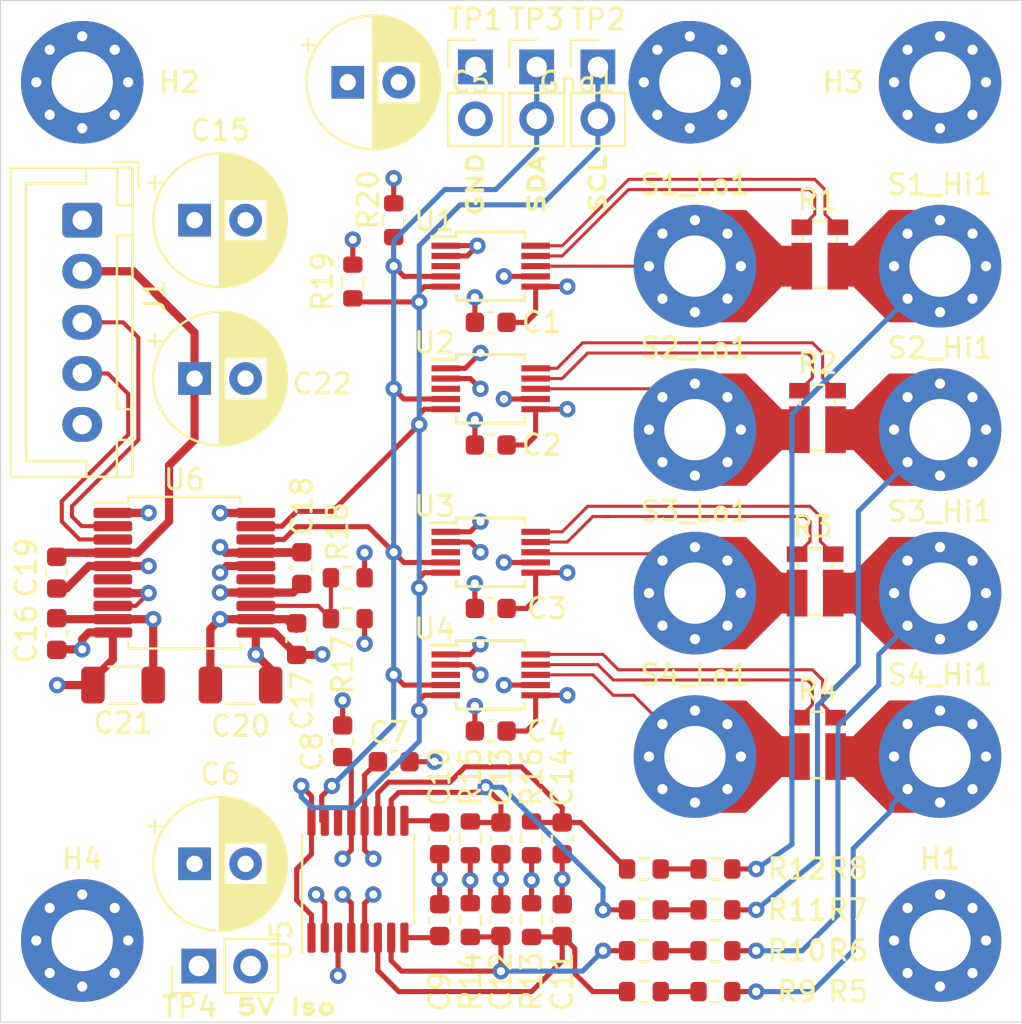
<source format=kicad_pcb>
(kicad_pcb (version 20171130) (host pcbnew "(5.1.6)-1")
  (layers (0 F.Cu signal) (1 In1.Cu signal) (2 In2.Cu signal) (31 B.Cu signal) (34 B.Paste user hide) (35 F.Paste user hide) (36 B.SilkS user hide) (37 F.SilkS user) (38 B.Mask user hide) (39 F.Mask user hide) (44 Edge.Cuts user))
  (net 0 "")
  (net 1 GND)
  (net 2 "Net-(R1-Pad2)")
  (net 3 "Net-(R1-Pad3)")
  (net 4 "Net-(R1-Pad4)")
  (net 5 "Net-(R1-Pad1)")
  (net 6 "Net-(R2-Pad2)")
  (net 7 "Net-(R2-Pad3)")
  (net 8 "Net-(R2-Pad4)")
  (net 9 "Net-(R2-Pad1)")
  (net 10 "Net-(R3-Pad2)")
  (net 11 "Net-(R3-Pad3)")
  (net 12 "Net-(R3-Pad4)")
  (net 13 "Net-(R3-Pad1)")
  (net 14 "Net-(R4-Pad2)")
  (net 15 "Net-(R4-Pad3)")
  (net 16 "Net-(R4-Pad4)")
  (net 17 "Net-(R4-Pad1)")
  (net 18 "Net-(U1-Pad3)")
  (net 19 "Net-(U2-Pad3)")
  (net 20 "Net-(U3-Pad3)")
  (net 21 "Net-(U4-Pad3)")
  (net 22 "Net-(C9-Pad1)")
  (net 23 "Net-(C10-Pad1)")
  (net 24 "Net-(C11-Pad1)")
  (net 25 "Net-(C12-Pad1)")
  (net 26 "Net-(C13-Pad1)")
  (net 27 "Net-(C14-Pad1)")
  (net 28 "Net-(J1-Pad3)")
  (net 29 "Net-(R5-Pad2)")
  (net 30 "Net-(R10-Pad1)")
  (net 31 "Net-(R11-Pad1)")
  (net 32 "Net-(R12-Pad1)")
  (net 33 "Net-(U5-Pad14)")
  (net 34 GNDA)
  (net 35 +5VA)
  (net 36 +5V)
  (net 37 "Net-(R17-Pad2)")
  (net 38 "Net-(U6-Pad15)")
  (net 39 "Net-(U6-Pad6)")
  (net 40 VBUS)
  (net 41 "Net-(J1-Pad4)")
  (net 42 /SCL)
  (net 43 /SDA)
  (module Connector_PinHeader_2.54mm:PinHeader_1x02_P2.54mm_Vertical (layer F.Cu) (at 59.71 97.25 90)
    (fp_text reference TP4 (at -2 -0.46 180) (layer F.SilkS))
    (fp_text value Conn_01x02)
    (pad 2 thru_hole oval (at 0 2.54 90) (size 1.7 1.7) (drill 1) (layers *.Cu *.Mask) (net 35 +5VA))
    (pad 1 thru_hole rect (at 0 0 90) (size 1.7 1.7) (drill 1) (layers *.Cu *.Mask) (net 35 +5VA))
  )
  (module Connector_PinHeader_2.54mm:PinHeader_1x02_P2.54mm_Vertical (layer F.Cu) (at 76.25 53.25)
    (fp_text reference TP3 (at 0 -2.33) (layer F.SilkS))
    (fp_text value Conn_01x02)
    (pad 2 thru_hole oval (at 0 2.54) (size 1.7 1.7) (drill 1) (layers *.Cu *.Mask) (net 43 /SDA))
    (pad 1 thru_hole rect (at 0 0) (size 1.7 1.7) (drill 1) (layers *.Cu *.Mask) (net 43 /SDA))
  )
  (module Connector_PinHeader_2.54mm:PinHeader_1x02_P2.54mm_Vertical (layer F.Cu) (at 79.25 53.25)
    (fp_text reference TP2 (at 0 -2.33) (layer F.SilkS))
    (fp_text value Conn_01x02)
    (pad 2 thru_hole oval (at 0 2.54) (size 1.7 1.7) (drill 1) (layers *.Cu *.Mask) (net 42 /SCL))
    (pad 1 thru_hole rect (at 0 0) (size 1.7 1.7) (drill 1) (layers *.Cu *.Mask) (net 42 /SCL))
  )
  (module Connector_PinHeader_2.54mm:PinHeader_1x02_P2.54mm_Vertical (layer F.Cu) (at 73.25 53.25)
    (fp_text reference TP1 (at 0 -2.33) (layer F.SilkS))
    (fp_text value Conn_01x02)
    (pad 2 thru_hole oval (at 0 2.54) (size 1.7 1.7) (drill 1) (layers *.Cu *.Mask) (net 34 GNDA))
    (pad 1 thru_hole rect (at 0 0) (size 1.7 1.7) (drill 1) (layers *.Cu *.Mask) (net 34 GNDA))
  )
  (module Connector_JST:JST_XH_B5B-XH-A_1x05_P2.50mm_Vertical (layer F.Cu) (at 54 60.75 270)
    (fp_text reference J1 (at 3.75 -3.55 90) (layer F.SilkS))
    (fp_text value Conn_01x04)
    (pad 5 thru_hole oval (at 10 0 270) (size 1.7 1.95) (drill 0.95) (layers *.Cu *.Mask) (net 1 GND))
    (pad 4 thru_hole oval (at 7.5 0 270) (size 1.7 1.95) (drill 0.95) (layers *.Cu *.Mask) (net 41 "Net-(J1-Pad4)"))
    (pad 3 thru_hole oval (at 5 0 270) (size 1.7 1.95) (drill 0.95) (layers *.Cu *.Mask) (net 28 "Net-(J1-Pad3)"))
    (pad 2 thru_hole oval (at 2.5 0 270) (size 1.7 1.95) (drill 0.95) (layers *.Cu *.Mask) (net 40 VBUS))
    (pad 1 thru_hole roundrect (at 0 0 270) (size 1.7 1.95) (drill 0.95) (layers *.Cu *.Mask) (roundrect_rratio 0.147059) (net 36 +5V))
  )
  (module Capacitor_THT:CP_Radial_D6.3mm_P2.50mm (layer F.Cu) (at 59.5 68.5)
    (fp_text reference C22 (at 6.25 0.25) (layer F.SilkS))
    (fp_text value 10uF)
    (pad 2 thru_hole circle (at 2.5 0) (size 1.6 1.6) (drill 0.8) (layers *.Cu *.Mask) (net 1 GND))
    (pad 1 thru_hole rect (at 0 0) (size 1.6 1.6) (drill 0.8) (layers *.Cu *.Mask) (net 40 VBUS))
  )
  (module Capacitor_SMD:C_0603_1608Metric (layer F.Cu) (at 52.75 78 270)
    (fp_text reference C19 (at -0.25 1.5 90) (layer F.SilkS))
    (fp_text value "0.1 uF")
    (pad 2 smd roundrect (at 0.775 0 270) (size 0.9 0.95) (layers F.Cu F.Paste F.Mask) (net 1 GND))
    (pad 1 smd roundrect (at -0.775 0 270) (size 0.9 0.95) (layers F.Cu F.Paste F.Mask) (net 40 VBUS))
  )
  (module Package_SO:MSOP-10_3x3mm_P0.5mm (layer F.Cu) (at 74 83)
    (fp_text reference U4 (at -2.75 -2.25) (layer F.SilkS))
    (fp_text value INA228)
    (pad 10 smd rect (at 2.2 -1) (size 1.4 0.3) (layers F.Cu F.Paste F.Mask) (net 15 "Net-(R4-Pad3)"))
    (pad 9 smd rect (at 2.2 -0.5) (size 1.4 0.3) (layers F.Cu F.Paste F.Mask) (net 14 "Net-(R4-Pad2)"))
    (pad 8 smd rect (at 2.2 0) (size 1.4 0.3) (layers F.Cu F.Paste F.Mask) (net 17 "Net-(R4-Pad1)"))
    (pad 7 smd rect (at 2.2 0.5) (size 1.4 0.3) (layers F.Cu F.Paste F.Mask) (net 34 GNDA))
    (pad 6 smd rect (at 2.2 1) (size 1.4 0.3) (layers F.Cu F.Paste F.Mask) (net 35 +5VA))
    (pad 5 smd rect (at -2.2 1) (size 1.4 0.3) (layers F.Cu F.Paste F.Mask) (net 42 /SCL))
    (pad 4 smd rect (at -2.2 0.5) (size 1.4 0.3) (layers F.Cu F.Paste F.Mask) (net 43 /SDA))
    (pad 3 smd rect (at -2.2 0) (size 1.4 0.3) (layers F.Cu F.Paste F.Mask) (net 21 "Net-(U4-Pad3)"))
    (pad 2 smd rect (at -2.2 -0.5) (size 1.4 0.3) (layers F.Cu F.Paste F.Mask) (net 35 +5VA))
    (pad 1 smd rect (at -2.2 -1) (size 1.4 0.3) (layers F.Cu F.Paste F.Mask) (net 35 +5VA))
  )
  (module Package_SO:MSOP-10_3x3mm_P0.5mm (layer F.Cu) (at 74 77)
    (fp_text reference U3 (at -2.75 -2.25) (layer F.SilkS))
    (fp_text value INA1228)
    (pad 10 smd rect (at 2.2 -1) (size 1.4 0.3) (layers F.Cu F.Paste F.Mask) (net 11 "Net-(R3-Pad3)"))
    (pad 9 smd rect (at 2.2 -0.5) (size 1.4 0.3) (layers F.Cu F.Paste F.Mask) (net 10 "Net-(R3-Pad2)"))
    (pad 8 smd rect (at 2.2 0) (size 1.4 0.3) (layers F.Cu F.Paste F.Mask) (net 13 "Net-(R3-Pad1)"))
    (pad 7 smd rect (at 2.2 0.5) (size 1.4 0.3) (layers F.Cu F.Paste F.Mask) (net 34 GNDA))
    (pad 6 smd rect (at 2.2 1) (size 1.4 0.3) (layers F.Cu F.Paste F.Mask) (net 35 +5VA))
    (pad 5 smd rect (at -2.2 1) (size 1.4 0.3) (layers F.Cu F.Paste F.Mask) (net 42 /SCL))
    (pad 4 smd rect (at -2.2 0.5) (size 1.4 0.3) (layers F.Cu F.Paste F.Mask) (net 43 /SDA))
    (pad 3 smd rect (at -2.2 0) (size 1.4 0.3) (layers F.Cu F.Paste F.Mask) (net 20 "Net-(U3-Pad3)"))
    (pad 2 smd rect (at -2.2 -0.5) (size 1.4 0.3) (layers F.Cu F.Paste F.Mask) (net 34 GNDA))
    (pad 1 smd rect (at -2.2 -1) (size 1.4 0.3) (layers F.Cu F.Paste F.Mask) (net 35 +5VA))
  )
  (module Package_SO:MSOP-10_3x3mm_P0.5mm (layer F.Cu) (at 74 63)
    (fp_text reference U1 (at -2.75 -2.25) (layer F.SilkS))
    (fp_text value INA1228)
    (pad 10 smd rect (at 2.2 -1) (size 1.4 0.3) (layers F.Cu F.Paste F.Mask) (net 3 "Net-(R1-Pad3)"))
    (pad 9 smd rect (at 2.2 -0.5) (size 1.4 0.3) (layers F.Cu F.Paste F.Mask) (net 2 "Net-(R1-Pad2)"))
    (pad 8 smd rect (at 2.2 0) (size 1.4 0.3) (layers F.Cu F.Paste F.Mask) (net 5 "Net-(R1-Pad1)"))
    (pad 7 smd rect (at 2.2 0.5) (size 1.4 0.3) (layers F.Cu F.Paste F.Mask) (net 34 GNDA))
    (pad 6 smd rect (at 2.2 1) (size 1.4 0.3) (layers F.Cu F.Paste F.Mask) (net 35 +5VA))
    (pad 5 smd rect (at -2.2 1) (size 1.4 0.3) (layers F.Cu F.Paste F.Mask) (net 42 /SCL))
    (pad 4 smd rect (at -2.2 0.5) (size 1.4 0.3) (layers F.Cu F.Paste F.Mask) (net 43 /SDA))
    (pad 3 smd rect (at -2.2 0) (size 1.4 0.3) (layers F.Cu F.Paste F.Mask) (net 18 "Net-(U1-Pad3)"))
    (pad 2 smd rect (at -2.2 -0.5) (size 1.4 0.3) (layers F.Cu F.Paste F.Mask) (net 34 GNDA))
    (pad 1 smd rect (at -2.2 -1) (size 1.4 0.3) (layers F.Cu F.Paste F.Mask) (net 34 GNDA))
  )
  (module Resistor_SMD:R_0603_1608Metric (layer F.Cu) (at 69.25 60.75 270)
    (fp_text reference R20 (at -1 1.25 90) (layer F.SilkS))
    (fp_text value 4.99K)
    (pad 2 smd roundrect (at 0.825 0 270) (size 0.8 0.95) (layers F.Cu F.Paste F.Mask) (net 43 /SDA))
    (pad 1 smd roundrect (at -0.825 0 270) (size 0.8 0.95) (layers F.Cu F.Paste F.Mask) (net 35 +5VA))
  )
  (module Resistor_SMD:R_0603_1608Metric (layer F.Cu) (at 67.25 63.75 270)
    (fp_text reference R19 (at 0 1.5 90) (layer F.SilkS))
    (fp_text value 4.99K)
    (pad 2 smd roundrect (at 0.825 0 270) (size 0.8 0.95) (layers F.Cu F.Paste F.Mask) (net 42 /SCL))
    (pad 1 smd roundrect (at -0.825 0 270) (size 0.8 0.95) (layers F.Cu F.Paste F.Mask) (net 35 +5VA))
  )
  (module Package_SO:MSOP-10_3x3mm_P0.5mm (layer F.Cu) (at 74 69)
    (fp_text reference U2 (at -2.75 -2.25) (layer F.SilkS))
    (fp_text value INA1228)
    (pad 10 smd rect (at 2.2 -1) (size 1.4 0.3) (layers F.Cu F.Paste F.Mask) (net 7 "Net-(R2-Pad3)"))
    (pad 9 smd rect (at 2.2 -0.5) (size 1.4 0.3) (layers F.Cu F.Paste F.Mask) (net 6 "Net-(R2-Pad2)"))
    (pad 8 smd rect (at 2.2 0) (size 1.4 0.3) (layers F.Cu F.Paste F.Mask) (net 9 "Net-(R2-Pad1)"))
    (pad 7 smd rect (at 2.2 0.5) (size 1.4 0.3) (layers F.Cu F.Paste F.Mask) (net 34 GNDA))
    (pad 6 smd rect (at 2.2 1) (size 1.4 0.3) (layers F.Cu F.Paste F.Mask) (net 35 +5VA))
    (pad 5 smd rect (at -2.2 1) (size 1.4 0.3) (layers F.Cu F.Paste F.Mask) (net 42 /SCL))
    (pad 4 smd rect (at -2.2 0.5) (size 1.4 0.3) (layers F.Cu F.Paste F.Mask) (net 43 /SDA))
    (pad 3 smd rect (at -2.2 0) (size 1.4 0.3) (layers F.Cu F.Paste F.Mask) (net 19 "Net-(U2-Pad3)"))
    (pad 2 smd rect (at -2.2 -0.5) (size 1.4 0.3) (layers F.Cu F.Paste F.Mask) (net 35 +5VA))
    (pad 1 smd rect (at -2.2 -1) (size 1.4 0.3) (layers F.Cu F.Paste F.Mask) (net 34 GNDA))
  )
  (module Capacitor_SMD:C_1206_3216Metric (layer F.Cu) (at 56 83.5 180)
    (fp_text reference C21 (at 0 -1.85) (layer F.SilkS))
    (fp_text value "10 uF")
    (pad 2 smd roundrect (at 1.475 0 180) (size 1.15 1.8) (layers F.Cu F.Paste F.Mask) (roundrect_rratio 0.217391) (net 1 GND))
    (pad 1 smd roundrect (at -1.475 0 180) (size 1.15 1.8) (layers F.Cu F.Paste F.Mask) (roundrect_rratio 0.217391) (net 36 +5V))
  )
  (module Capacitor_SMD:C_1206_3216Metric (layer F.Cu) (at 61.75 83.5)
    (fp_text reference C20 (at 0 2) (layer F.SilkS))
    (fp_text value "10 uF")
    (pad 2 smd roundrect (at 1.475 0) (size 1.15 1.8) (layers F.Cu F.Paste F.Mask) (roundrect_rratio 0.217391) (net 34 GNDA))
    (pad 1 smd roundrect (at -1.475 0) (size 1.15 1.8) (layers F.Cu F.Paste F.Mask) (roundrect_rratio 0.217391) (net 35 +5VA))
  )
  (module Capacitor_THT:CP_Radial_D6.3mm_P2.50mm (layer F.Cu) (at 59.5 60.75)
    (fp_text reference C15 (at 1.25 -4.4) (layer F.SilkS))
    (fp_text value 10uF)
    (pad 2 thru_hole circle (at 2.5 0) (size 1.6 1.6) (drill 0.8) (layers *.Cu *.Mask) (net 1 GND))
    (pad 1 thru_hole rect (at 0 0) (size 1.6 1.6) (drill 0.8) (layers *.Cu *.Mask) (net 36 +5V))
  )
  (module Package_SO:TSSOP-16_4.4x5mm_P0.65mm (layer F.Cu) (at 67.5 93 90)
    (fp_text reference U5 (at -3 -3.75 90) (layer F.SilkS))
    (fp_text value ADS122C04)
    (pad 16 smd roundrect (at 2.8625 -2.275 90) (size 1.475 0.4) (layers F.Cu F.Paste F.Mask) (net 42 /SCL))
    (pad 15 smd roundrect (at 2.8625 -1.625 90) (size 1.475 0.4) (layers F.Cu F.Paste F.Mask) (net 43 /SDA))
    (pad 14 smd roundrect (at 2.8625 -0.975 90) (size 1.475 0.4) (layers F.Cu F.Paste F.Mask) (net 33 "Net-(U5-Pad14)"))
    (pad 13 smd roundrect (at 2.8625 -0.325 90) (size 1.475 0.4) (layers F.Cu F.Paste F.Mask) (net 35 +5VA))
    (pad 12 smd roundrect (at 2.8625 0.325 90) (size 1.475 0.4) (layers F.Cu F.Paste F.Mask) (net 35 +5VA))
    (pad 11 smd roundrect (at 2.8625 0.975 90) (size 1.475 0.4) (layers F.Cu F.Paste F.Mask) (net 27 "Net-(C14-Pad1)"))
    (pad 10 smd roundrect (at 2.8625 1.625 90) (size 1.475 0.4) (layers F.Cu F.Paste F.Mask) (net 26 "Net-(C13-Pad1)"))
    (pad 9 smd roundrect (at 2.8625 2.275 90) (size 1.475 0.4) (layers F.Cu F.Paste F.Mask) (net 23 "Net-(C10-Pad1)"))
    (pad 8 smd roundrect (at -2.8625 2.275 90) (size 1.475 0.4) (layers F.Cu F.Paste F.Mask) (net 22 "Net-(C9-Pad1)"))
    (pad 7 smd roundrect (at -2.8625 1.625 90) (size 1.475 0.4) (layers F.Cu F.Paste F.Mask) (net 25 "Net-(C12-Pad1)"))
    (pad 6 smd roundrect (at -2.8625 0.975 90) (size 1.475 0.4) (layers F.Cu F.Paste F.Mask) (net 24 "Net-(C11-Pad1)"))
    (pad 5 smd roundrect (at -2.8625 0.325 90) (size 1.475 0.4) (layers F.Cu F.Paste F.Mask) (net 34 GNDA))
    (pad 4 smd roundrect (at -2.8625 -0.325 90) (size 1.475 0.4) (layers F.Cu F.Paste F.Mask) (net 34 GNDA))
    (pad 3 smd roundrect (at -2.8625 -0.975 90) (size 1.475 0.4) (layers F.Cu F.Paste F.Mask) (net 35 +5VA))
    (pad 2 smd roundrect (at -2.8625 -1.625 90) (size 1.475 0.4) (layers F.Cu F.Paste F.Mask) (net 34 GNDA))
    (pad 1 smd roundrect (at -2.8625 -2.275 90) (size 1.475 0.4) (layers F.Cu F.Paste F.Mask) (net 42 /SCL))
  )
  (module Package_SO:SSOP-20_5.3x7.2mm_P0.65mm (layer F.Cu) (at 59 78)
    (fp_text reference U6 (at 0 -4.55) (layer F.SilkS))
    (fp_text value ADM3260ARSZ)
    (pad 20 smd roundrect (at 3.5 -2.925) (size 1.9 0.5) (layers F.Cu F.Paste F.Mask) (net 34 GNDA))
    (pad 19 smd roundrect (at 3.5 -2.275) (size 1.9 0.5) (layers F.Cu F.Paste F.Mask) (net 42 /SCL))
    (pad 18 smd roundrect (at 3.5 -1.625) (size 1.9 0.5) (layers F.Cu F.Paste F.Mask) (net 43 /SDA))
    (pad 17 smd roundrect (at 3.5 -0.975) (size 1.9 0.5) (layers F.Cu F.Paste F.Mask) (net 35 +5VA))
    (pad 16 smd roundrect (at 3.5 -0.325) (size 1.9 0.5) (layers F.Cu F.Paste F.Mask) (net 34 GNDA))
    (pad 15 smd roundrect (at 3.5 0.325) (size 1.9 0.5) (layers F.Cu F.Paste F.Mask) (net 38 "Net-(U6-Pad15)"))
    (pad 14 smd roundrect (at 3.5 0.975) (size 1.9 0.5) (layers F.Cu F.Paste F.Mask) (net 34 GNDA))
    (pad 13 smd roundrect (at 3.5 1.625) (size 1.9 0.5) (layers F.Cu F.Paste F.Mask) (net 37 "Net-(R17-Pad2)"))
    (pad 12 smd roundrect (at 3.5 2.275) (size 1.9 0.5) (layers F.Cu F.Paste F.Mask) (net 35 +5VA))
    (pad 11 smd roundrect (at 3.5 2.925) (size 1.9 0.5) (layers F.Cu F.Paste F.Mask) (net 34 GNDA))
    (pad 10 smd roundrect (at -3.5 2.925) (size 1.9 0.5) (layers F.Cu F.Paste F.Mask) (net 1 GND))
    (pad 9 smd roundrect (at -3.5 2.275) (size 1.9 0.5) (layers F.Cu F.Paste F.Mask) (net 36 +5V))
    (pad 8 smd roundrect (at -3.5 1.625) (size 1.9 0.5) (layers F.Cu F.Paste F.Mask) (net 1 GND))
    (pad 7 smd roundrect (at -3.5 0.975) (size 1.9 0.5) (layers F.Cu F.Paste F.Mask) (net 1 GND))
    (pad 6 smd roundrect (at -3.5 0.325) (size 1.9 0.5) (layers F.Cu F.Paste F.Mask) (net 39 "Net-(U6-Pad6)"))
    (pad 5 smd roundrect (at -3.5 -0.325) (size 1.9 0.5) (layers F.Cu F.Paste F.Mask) (net 1 GND))
    (pad 4 smd roundrect (at -3.5 -0.975) (size 1.9 0.5) (layers F.Cu F.Paste F.Mask) (net 40 VBUS))
    (pad 3 smd roundrect (at -3.5 -1.625) (size 1.9 0.5) (layers F.Cu F.Paste F.Mask) (net 41 "Net-(J1-Pad4)"))
    (pad 2 smd roundrect (at -3.5 -2.275) (size 1.9 0.5) (layers F.Cu F.Paste F.Mask) (net 28 "Net-(J1-Pad3)"))
    (pad 1 smd roundrect (at -3.5 -2.925) (size 1.9 0.5) (layers F.Cu F.Paste F.Mask) (net 1 GND))
  )
  (module Resistor_SMD:R_0603_1608Metric (layer F.Cu) (at 67 80.25)
    (fp_text reference R18 (at -0.5 -4.25 90) (layer F.SilkS))
    (fp_text value 10KΩ)
    (pad 2 smd roundrect (at 0.825 0) (size 0.8 0.95) (layers F.Cu F.Paste F.Mask) (net 34 GNDA))
    (pad 1 smd roundrect (at -0.825 0) (size 0.8 0.95) (layers F.Cu F.Paste F.Mask) (net 37 "Net-(R17-Pad2)"))
  )
  (module Resistor_SMD:R_0603_1608Metric (layer F.Cu) (at 67 78.25 180)
    (fp_text reference R17 (at 0.25 -4.25 90) (layer F.SilkS))
    (fp_text value 30.9KΩ)
    (pad 2 smd roundrect (at 0.825 0 180) (size 0.8 0.95) (layers F.Cu F.Paste F.Mask) (net 37 "Net-(R17-Pad2)"))
    (pad 1 smd roundrect (at -0.825 0 180) (size 0.8 0.95) (layers F.Cu F.Paste F.Mask) (net 35 +5VA))
  )
  (module MountingHole:MountingHole_3mm_Pad_Via (layer F.Cu) (at 54 96)
    (fp_text reference H4 (at 0 -4) (layer F.SilkS))
    (fp_text value MountingHole)
    (pad 1 thru_hole circle (at 0 0) (size 6 6) (drill 3) (layers *.Cu *.Mask))
    (pad 1 thru_hole circle (at 2.25 0) (size 0.8 0.8) (drill 0.5) (layers *.Cu *.Mask))
    (pad 1 thru_hole circle (at 1.59099 1.59099) (size 0.8 0.8) (drill 0.5) (layers *.Cu *.Mask))
    (pad 1 thru_hole circle (at 0 2.25) (size 0.8 0.8) (drill 0.5) (layers *.Cu *.Mask))
    (pad 1 thru_hole circle (at -1.59099 1.59099) (size 0.8 0.8) (drill 0.5) (layers *.Cu *.Mask))
    (pad 1 thru_hole circle (at -2.25 0) (size 0.8 0.8) (drill 0.5) (layers *.Cu *.Mask))
    (pad 1 thru_hole circle (at -1.59099 -1.59099) (size 0.8 0.8) (drill 0.5) (layers *.Cu *.Mask))
    (pad 1 thru_hole circle (at 0 -2.25) (size 0.8 0.8) (drill 0.5) (layers *.Cu *.Mask))
    (pad 1 thru_hole circle (at 1.59099 -1.59099) (size 0.8 0.8) (drill 0.5) (layers *.Cu *.Mask))
  )
  (module MountingHole:MountingHole_3mm_Pad_Via (layer F.Cu) (at 96 54)
    (fp_text reference H3 (at -4.75 0) (layer F.SilkS))
    (fp_text value MountingHole)
    (pad 1 thru_hole circle (at 0 0) (size 6 6) (drill 3) (layers *.Cu *.Mask))
    (pad 1 thru_hole circle (at 2.25 0) (size 0.8 0.8) (drill 0.5) (layers *.Cu *.Mask))
    (pad 1 thru_hole circle (at 1.59099 1.59099) (size 0.8 0.8) (drill 0.5) (layers *.Cu *.Mask))
    (pad 1 thru_hole circle (at 0 2.25) (size 0.8 0.8) (drill 0.5) (layers *.Cu *.Mask))
    (pad 1 thru_hole circle (at -1.59099 1.59099) (size 0.8 0.8) (drill 0.5) (layers *.Cu *.Mask))
    (pad 1 thru_hole circle (at -2.25 0) (size 0.8 0.8) (drill 0.5) (layers *.Cu *.Mask))
    (pad 1 thru_hole circle (at -1.59099 -1.59099) (size 0.8 0.8) (drill 0.5) (layers *.Cu *.Mask))
    (pad 1 thru_hole circle (at 0 -2.25) (size 0.8 0.8) (drill 0.5) (layers *.Cu *.Mask))
    (pad 1 thru_hole circle (at 1.59099 -1.59099) (size 0.8 0.8) (drill 0.5) (layers *.Cu *.Mask))
  )
  (module MountingHole:MountingHole_3mm_Pad_Via (layer F.Cu) (at 54 54)
    (fp_text reference H2 (at 4.75 0) (layer F.SilkS))
    (fp_text value MountingHole)
    (pad 1 thru_hole circle (at 0 0) (size 6 6) (drill 3) (layers *.Cu *.Mask))
    (pad 1 thru_hole circle (at 2.25 0) (size 0.8 0.8) (drill 0.5) (layers *.Cu *.Mask))
    (pad 1 thru_hole circle (at 1.59099 1.59099) (size 0.8 0.8) (drill 0.5) (layers *.Cu *.Mask))
    (pad 1 thru_hole circle (at 0 2.25) (size 0.8 0.8) (drill 0.5) (layers *.Cu *.Mask))
    (pad 1 thru_hole circle (at -1.59099 1.59099) (size 0.8 0.8) (drill 0.5) (layers *.Cu *.Mask))
    (pad 1 thru_hole circle (at -2.25 0) (size 0.8 0.8) (drill 0.5) (layers *.Cu *.Mask))
    (pad 1 thru_hole circle (at -1.59099 -1.59099) (size 0.8 0.8) (drill 0.5) (layers *.Cu *.Mask))
    (pad 1 thru_hole circle (at 0 -2.25) (size 0.8 0.8) (drill 0.5) (layers *.Cu *.Mask))
    (pad 1 thru_hole circle (at 1.59099 -1.59099) (size 0.8 0.8) (drill 0.5) (layers *.Cu *.Mask))
  )
  (module MountingHole:MountingHole_3mm_Pad_Via (layer F.Cu) (at 96 96)
    (fp_text reference H1 (at 0 -4) (layer F.SilkS))
    (fp_text value MountingHole)
    (pad 1 thru_hole circle (at 0 0) (size 6 6) (drill 3) (layers *.Cu *.Mask))
    (pad 1 thru_hole circle (at 2.25 0) (size 0.8 0.8) (drill 0.5) (layers *.Cu *.Mask))
    (pad 1 thru_hole circle (at 1.59099 1.59099) (size 0.8 0.8) (drill 0.5) (layers *.Cu *.Mask))
    (pad 1 thru_hole circle (at 0 2.25) (size 0.8 0.8) (drill 0.5) (layers *.Cu *.Mask))
    (pad 1 thru_hole circle (at -1.59099 1.59099) (size 0.8 0.8) (drill 0.5) (layers *.Cu *.Mask))
    (pad 1 thru_hole circle (at -2.25 0) (size 0.8 0.8) (drill 0.5) (layers *.Cu *.Mask))
    (pad 1 thru_hole circle (at -1.59099 -1.59099) (size 0.8 0.8) (drill 0.5) (layers *.Cu *.Mask))
    (pad 1 thru_hole circle (at 0 -2.25) (size 0.8 0.8) (drill 0.5) (layers *.Cu *.Mask))
    (pad 1 thru_hole circle (at 1.59099 -1.59099) (size 0.8 0.8) (drill 0.5) (layers *.Cu *.Mask))
  )
  (module MountingHole:MountingHole_3mm_Pad_Via (layer F.Cu) (at 83.75 54)
    (fp_text reference Gnd1 (at -5.5 0) (layer F.SilkS))
    (fp_text value " ")
    (pad 1 thru_hole circle (at 1.59099 -1.59099) (size 0.8 0.8) (drill 0.5) (layers *.Cu *.Mask) (net 34 GNDA))
    (pad 1 thru_hole circle (at 0 -2.25) (size 0.8 0.8) (drill 0.5) (layers *.Cu *.Mask) (net 34 GNDA))
    (pad 1 thru_hole circle (at -1.59099 -1.59099) (size 0.8 0.8) (drill 0.5) (layers *.Cu *.Mask) (net 34 GNDA))
    (pad 1 thru_hole circle (at -2.25 0) (size 0.8 0.8) (drill 0.5) (layers *.Cu *.Mask) (net 34 GNDA))
    (pad 1 thru_hole circle (at -1.59099 1.59099) (size 0.8 0.8) (drill 0.5) (layers *.Cu *.Mask) (net 34 GNDA))
    (pad 1 thru_hole circle (at 0 2.25) (size 0.8 0.8) (drill 0.5) (layers *.Cu *.Mask) (net 34 GNDA))
    (pad 1 thru_hole circle (at 1.59099 1.59099) (size 0.8 0.8) (drill 0.5) (layers *.Cu *.Mask) (net 34 GNDA))
    (pad 1 thru_hole circle (at 2.25 0) (size 0.8 0.8) (drill 0.5) (layers *.Cu *.Mask) (net 34 GNDA))
    (pad 1 thru_hole circle (at 0 0) (size 6 6) (drill 3) (layers *.Cu *.Mask) (net 34 GNDA))
  )
  (module Capacitor_SMD:C_0603_1608Metric (layer F.Cu) (at 64.75 77.775 270)
    (fp_text reference C18 (at -3.025 0 90) (layer F.SilkS))
    (fp_text value "0.1 uF")
    (pad 2 smd roundrect (at 0.775 0 270) (size 0.9 0.95) (layers F.Cu F.Paste F.Mask) (net 34 GNDA))
    (pad 1 smd roundrect (at -0.775 0 270) (size 0.9 0.95) (layers F.Cu F.Paste F.Mask) (net 35 +5VA))
  )
  (module Capacitor_SMD:C_0603_1608Metric (layer F.Cu) (at 64.5 81.25 270)
    (fp_text reference C17 (at 3 -0.25 90) (layer F.SilkS))
    (fp_text value "0.1 uF")
    (pad 2 smd roundrect (at 0.775 0 270) (size 0.9 0.95) (layers F.Cu F.Paste F.Mask) (net 34 GNDA))
    (pad 1 smd roundrect (at -0.775 0 270) (size 0.9 0.95) (layers F.Cu F.Paste F.Mask) (net 35 +5VA))
  )
  (module Capacitor_SMD:C_0603_1608Metric (layer F.Cu) (at 52.75 81 270)
    (fp_text reference C16 (at 0 1.5 90) (layer F.SilkS))
    (fp_text value "0.1 uF")
    (pad 2 smd roundrect (at 0.775 0 270) (size 0.9 0.95) (layers F.Cu F.Paste F.Mask) (net 1 GND))
    (pad 1 smd roundrect (at -0.775 0 270) (size 0.9 0.95) (layers F.Cu F.Paste F.Mask) (net 36 +5V))
  )
  (module Resistor_SMD:R_0603_1608Metric (layer F.Cu) (at 76 91 270)
    (fp_text reference R16 (at -3 0 90) (layer F.SilkS))
    (fp_text value 1K)
    (pad 2 smd roundrect (at 0.825 0 270) (size 0.8 0.95) (layers F.Cu F.Paste F.Mask) (net 34 GNDA))
    (pad 1 smd roundrect (at -0.825 0 270) (size 0.8 0.95) (layers F.Cu F.Paste F.Mask) (net 27 "Net-(C14-Pad1)"))
  )
  (module Resistor_SMD:R_0603_1608Metric (layer F.Cu) (at 73 91 270)
    (fp_text reference R15 (at -3 0 90) (layer F.SilkS))
    (fp_text value 1K)
    (pad 2 smd roundrect (at 0.825 0 270) (size 0.8 0.95) (layers F.Cu F.Paste F.Mask) (net 34 GNDA))
    (pad 1 smd roundrect (at -0.825 0 270) (size 0.8 0.95) (layers F.Cu F.Paste F.Mask) (net 26 "Net-(C13-Pad1)"))
  )
  (module Resistor_SMD:R_0603_1608Metric (layer F.Cu) (at 73 95 90)
    (fp_text reference R14 (at -3 0 90) (layer F.SilkS))
    (fp_text value 1K)
    (pad 2 smd roundrect (at 0.825 0 90) (size 0.8 0.95) (layers F.Cu F.Paste F.Mask) (net 34 GNDA))
    (pad 1 smd roundrect (at -0.825 0 90) (size 0.8 0.95) (layers F.Cu F.Paste F.Mask) (net 25 "Net-(C12-Pad1)"))
  )
  (module Resistor_SMD:R_0603_1608Metric (layer F.Cu) (at 76 95 90)
    (fp_text reference R13 (at -3 0 90) (layer F.SilkS))
    (fp_text value 1K)
    (pad 2 smd roundrect (at 0.825 0 90) (size 0.8 0.95) (layers F.Cu F.Paste F.Mask) (net 34 GNDA))
    (pad 1 smd roundrect (at -0.825 0 90) (size 0.8 0.95) (layers F.Cu F.Paste F.Mask) (net 24 "Net-(C11-Pad1)"))
  )
  (module Resistor_SMD:R_0603_1608Metric (layer F.Cu) (at 81.5 92.5 180)
    (fp_text reference R12 (at -7.5 0) (layer F.SilkS))
    (fp_text value TBD)
    (pad 2 smd roundrect (at 0.825 0 180) (size 0.8 0.95) (layers F.Cu F.Paste F.Mask) (net 27 "Net-(C14-Pad1)"))
    (pad 1 smd roundrect (at -0.825 0 180) (size 0.8 0.95) (layers F.Cu F.Paste F.Mask) (net 32 "Net-(R12-Pad1)"))
  )
  (module Resistor_SMD:R_0603_1608Metric (layer F.Cu) (at 81.5 94.5 180)
    (fp_text reference R11 (at -7.5 0) (layer F.SilkS))
    (fp_text value TBD)
    (pad 2 smd roundrect (at 0.825 0 180) (size 0.8 0.95) (layers F.Cu F.Paste F.Mask) (net 26 "Net-(C13-Pad1)"))
    (pad 1 smd roundrect (at -0.825 0 180) (size 0.8 0.95) (layers F.Cu F.Paste F.Mask) (net 31 "Net-(R11-Pad1)"))
  )
  (module Resistor_SMD:R_0603_1608Metric (layer F.Cu) (at 81.5 96.5 180)
    (fp_text reference R10 (at -7.5 0) (layer F.SilkS))
    (fp_text value TBD)
    (pad 2 smd roundrect (at 0.825 0 180) (size 0.8 0.95) (layers F.Cu F.Paste F.Mask) (net 25 "Net-(C12-Pad1)"))
    (pad 1 smd roundrect (at -0.825 0 180) (size 0.8 0.95) (layers F.Cu F.Paste F.Mask) (net 30 "Net-(R10-Pad1)"))
  )
  (module Resistor_SMD:R_0603_1608Metric (layer F.Cu) (at 81.5 98.5 180)
    (fp_text reference R9 (at -7.5 0) (layer F.SilkS))
    (fp_text value TBD)
    (pad 2 smd roundrect (at 0.825 0 180) (size 0.8 0.95) (layers F.Cu F.Paste F.Mask) (net 24 "Net-(C11-Pad1)"))
    (pad 1 smd roundrect (at -0.825 0 180) (size 0.8 0.95) (layers F.Cu F.Paste F.Mask) (net 29 "Net-(R5-Pad2)"))
  )
  (module Resistor_SMD:R_0603_1608Metric (layer F.Cu) (at 85 92.5 180)
    (fp_text reference R8 (at -6.5 0) (layer F.SilkS))
    (fp_text value TBD)
    (pad 2 smd roundrect (at 0.825 0 180) (size 0.8 0.95) (layers F.Cu F.Paste F.Mask) (net 32 "Net-(R12-Pad1)"))
    (pad 1 smd roundrect (at -0.825 0 180) (size 0.8 0.95) (layers F.Cu F.Paste F.Mask) (net 4 "Net-(R1-Pad4)"))
  )
  (module Resistor_SMD:R_0603_1608Metric (layer F.Cu) (at 85 94.5 180)
    (fp_text reference R7 (at -6.5 0) (layer F.SilkS))
    (fp_text value TBD)
    (pad 2 smd roundrect (at 0.825 0 180) (size 0.8 0.95) (layers F.Cu F.Paste F.Mask) (net 31 "Net-(R11-Pad1)"))
    (pad 1 smd roundrect (at -0.825 0 180) (size 0.8 0.95) (layers F.Cu F.Paste F.Mask) (net 8 "Net-(R2-Pad4)"))
  )
  (module Resistor_SMD:R_0603_1608Metric (layer F.Cu) (at 85 96.5 180)
    (fp_text reference R6 (at -6.5 0) (layer F.SilkS))
    (fp_text value TBD)
    (pad 2 smd roundrect (at 0.825 0 180) (size 0.8 0.95) (layers F.Cu F.Paste F.Mask) (net 30 "Net-(R10-Pad1)"))
    (pad 1 smd roundrect (at -0.825 0 180) (size 0.8 0.95) (layers F.Cu F.Paste F.Mask) (net 12 "Net-(R3-Pad4)"))
  )
  (module Resistor_SMD:R_0603_1608Metric (layer F.Cu) (at 85 98.5 180)
    (fp_text reference R5 (at -6.5 0) (layer F.SilkS))
    (fp_text value TBD)
    (pad 2 smd roundrect (at 0.825 0 180) (size 0.8 0.95) (layers F.Cu F.Paste F.Mask) (net 29 "Net-(R5-Pad2)"))
    (pad 1 smd roundrect (at -0.825 0 180) (size 0.8 0.95) (layers F.Cu F.Paste F.Mask) (net 16 "Net-(R4-Pad4)"))
  )
  (module Capacitor_SMD:C_0603_1608Metric (layer F.Cu) (at 77.5 91 270)
    (fp_text reference C14 (at -3 0 90) (layer F.SilkS))
    (fp_text value 0.1u)
    (pad 2 smd roundrect (at 0.775 0 270) (size 0.9 0.95) (layers F.Cu F.Paste F.Mask) (net 34 GNDA))
    (pad 1 smd roundrect (at -0.775 0 270) (size 0.9 0.95) (layers F.Cu F.Paste F.Mask) (net 27 "Net-(C14-Pad1)"))
  )
  (module Capacitor_SMD:C_0603_1608Metric (layer F.Cu) (at 74.5 91 270)
    (fp_text reference C13 (at -3 0 90) (layer F.SilkS))
    (fp_text value 0.1u)
    (pad 2 smd roundrect (at 0.775 0 270) (size 0.9 0.95) (layers F.Cu F.Paste F.Mask) (net 34 GNDA))
    (pad 1 smd roundrect (at -0.775 0 270) (size 0.9 0.95) (layers F.Cu F.Paste F.Mask) (net 26 "Net-(C13-Pad1)"))
  )
  (module Capacitor_SMD:C_0603_1608Metric (layer F.Cu) (at 74.5 95 90)
    (fp_text reference C12 (at -3 0 90) (layer F.SilkS))
    (fp_text value 0.1u)
    (pad 2 smd roundrect (at 0.775 0 90) (size 0.9 0.95) (layers F.Cu F.Paste F.Mask) (net 34 GNDA))
    (pad 1 smd roundrect (at -0.775 0 90) (size 0.9 0.95) (layers F.Cu F.Paste F.Mask) (net 25 "Net-(C12-Pad1)"))
  )
  (module Capacitor_SMD:C_0603_1608Metric (layer F.Cu) (at 77.5 95 90)
    (fp_text reference C11 (at -3 0 90) (layer F.SilkS))
    (fp_text value 0.1u)
    (pad 2 smd roundrect (at 0.775 0 90) (size 0.9 0.95) (layers F.Cu F.Paste F.Mask) (net 34 GNDA))
    (pad 1 smd roundrect (at -0.775 0 90) (size 0.9 0.95) (layers F.Cu F.Paste F.Mask) (net 24 "Net-(C11-Pad1)"))
  )
  (module Capacitor_SMD:C_0603_1608Metric (layer F.Cu) (at 71.5 91 270)
    (fp_text reference C10 (at -3 0 90) (layer F.SilkS))
    (fp_text value DNP)
    (pad 2 smd roundrect (at 0.775 0 270) (size 0.9 0.95) (layers F.Cu F.Paste F.Mask) (net 34 GNDA))
    (pad 1 smd roundrect (at -0.775 0 270) (size 0.9 0.95) (layers F.Cu F.Paste F.Mask) (net 23 "Net-(C10-Pad1)"))
  )
  (module Capacitor_SMD:C_0603_1608Metric (layer F.Cu) (at 71.5 95 90)
    (fp_text reference C9 (at -3.5 0 90) (layer F.SilkS))
    (fp_text value DNP)
    (pad 2 smd roundrect (at 0.775 0 90) (size 0.9 0.95) (layers F.Cu F.Paste F.Mask) (net 34 GNDA))
    (pad 1 smd roundrect (at -0.775 0 90) (size 0.9 0.95) (layers F.Cu F.Paste F.Mask) (net 22 "Net-(C9-Pad1)"))
  )
  (module Capacitor_SMD:C_0603_1608Metric (layer F.Cu) (at 66.75 86.25 90)
    (fp_text reference C8 (at -0.5 -1.5 90) (layer F.SilkS))
    (fp_text value "0.1 uF")
    (pad 2 smd roundrect (at 0.775 0 90) (size 0.9 0.95) (layers F.Cu F.Paste F.Mask) (net 34 GNDA))
    (pad 1 smd roundrect (at -0.775 0 90) (size 0.9 0.95) (layers F.Cu F.Paste F.Mask) (net 35 +5VA))
  )
  (module Capacitor_SMD:C_0603_1608Metric (layer F.Cu) (at 69.25 87.25)
    (fp_text reference C7 (at -0.25 -1.43) (layer F.SilkS))
    (fp_text value "0.1 uF")
    (pad 2 smd roundrect (at 0.775 0) (size 0.9 0.95) (layers F.Cu F.Paste F.Mask) (net 34 GNDA))
    (pad 1 smd roundrect (at -0.775 0) (size 0.9 0.95) (layers F.Cu F.Paste F.Mask) (net 35 +5VA))
  )
  (module Capacitor_THT:CP_Radial_D6.3mm_P2.50mm (layer F.Cu) (at 59.5 92.25)
    (fp_text reference C6 (at 1.25 -4.4) (layer F.SilkS))
    (fp_text value 47uF)
    (pad 2 thru_hole circle (at 2.5 0) (size 1.6 1.6) (drill 0.8) (layers *.Cu *.Mask) (net 34 GNDA))
    (pad 1 thru_hole rect (at 0 0) (size 1.6 1.6) (drill 0.8) (layers *.Cu *.Mask) (net 35 +5VA))
  )
  (module Capacitor_THT:CP_Radial_D6.3mm_P2.50mm (layer F.Cu) (at 67 54)
    (fp_text reference C5 (at 6 0) (layer F.SilkS))
    (fp_text value 47uF)
    (pad 2 thru_hole circle (at 2.5 0) (size 1.6 1.6) (drill 0.8) (layers *.Cu *.Mask) (net 34 GNDA))
    (pad 1 thru_hole rect (at 0 0) (size 1.6 1.6) (drill 0.8) (layers *.Cu *.Mask) (net 35 +5VA))
  )
  (module MountingHole:MountingHole_3mm_Pad_Via (layer F.Cu) (at 84 87)
    (fp_text reference S4_Lo1 (at 0 -4) (layer F.SilkS))
    (fp_text value " ")
    (pad 1 thru_hole circle (at 1.59099 -1.59099) (size 0.8 0.8) (drill 0.5) (layers *.Cu *.Mask) (net 17 "Net-(R4-Pad1)"))
    (pad 1 thru_hole circle (at 0 -2.25) (size 0.8 0.8) (drill 0.5) (layers *.Cu *.Mask) (net 17 "Net-(R4-Pad1)"))
    (pad 1 thru_hole circle (at -1.59099 -1.59099) (size 0.8 0.8) (drill 0.5) (layers *.Cu *.Mask) (net 17 "Net-(R4-Pad1)"))
    (pad 1 thru_hole circle (at -2.25 0) (size 0.8 0.8) (drill 0.5) (layers *.Cu *.Mask) (net 17 "Net-(R4-Pad1)"))
    (pad 1 thru_hole circle (at -1.59099 1.59099) (size 0.8 0.8) (drill 0.5) (layers *.Cu *.Mask) (net 17 "Net-(R4-Pad1)"))
    (pad 1 thru_hole circle (at 0 2.25) (size 0.8 0.8) (drill 0.5) (layers *.Cu *.Mask) (net 17 "Net-(R4-Pad1)"))
    (pad 1 thru_hole circle (at 1.59099 1.59099) (size 0.8 0.8) (drill 0.5) (layers *.Cu *.Mask) (net 17 "Net-(R4-Pad1)"))
    (pad 1 thru_hole circle (at 2.25 0) (size 0.8 0.8) (drill 0.5) (layers *.Cu *.Mask) (net 17 "Net-(R4-Pad1)"))
    (pad 1 thru_hole circle (at 0 0) (size 6 6) (drill 3) (layers *.Cu *.Mask) (net 17 "Net-(R4-Pad1)"))
  )
  (module MountingHole:MountingHole_3mm_Pad_Via (layer F.Cu) (at 96 87)
    (fp_text reference S4_Hi1 (at 0 -4) (layer F.SilkS))
    (fp_text value " ")
    (pad 1 thru_hole circle (at 1.59099 -1.59099) (size 0.8 0.8) (drill 0.5) (layers *.Cu *.Mask) (net 16 "Net-(R4-Pad4)"))
    (pad 1 thru_hole circle (at 0 -2.25) (size 0.8 0.8) (drill 0.5) (layers *.Cu *.Mask) (net 16 "Net-(R4-Pad4)"))
    (pad 1 thru_hole circle (at -1.59099 -1.59099) (size 0.8 0.8) (drill 0.5) (layers *.Cu *.Mask) (net 16 "Net-(R4-Pad4)"))
    (pad 1 thru_hole circle (at -2.25 0) (size 0.8 0.8) (drill 0.5) (layers *.Cu *.Mask) (net 16 "Net-(R4-Pad4)"))
    (pad 1 thru_hole circle (at -1.59099 1.59099) (size 0.8 0.8) (drill 0.5) (layers *.Cu *.Mask) (net 16 "Net-(R4-Pad4)"))
    (pad 1 thru_hole circle (at 0 2.25) (size 0.8 0.8) (drill 0.5) (layers *.Cu *.Mask) (net 16 "Net-(R4-Pad4)"))
    (pad 1 thru_hole circle (at 1.59099 1.59099) (size 0.8 0.8) (drill 0.5) (layers *.Cu *.Mask) (net 16 "Net-(R4-Pad4)"))
    (pad 1 thru_hole circle (at 2.25 0) (size 0.8 0.8) (drill 0.5) (layers *.Cu *.Mask) (net 16 "Net-(R4-Pad4)"))
    (pad 1 thru_hole circle (at 0 0) (size 6 6) (drill 3) (layers *.Cu *.Mask) (net 16 "Net-(R4-Pad4)"))
  )
  (module MountingHole:MountingHole_3mm_Pad_Via (layer F.Cu) (at 84 79)
    (fp_text reference S3_Lo1 (at 0 -4) (layer F.SilkS))
    (fp_text value " ")
    (pad 1 thru_hole circle (at 1.59099 -1.59099) (size 0.8 0.8) (drill 0.5) (layers *.Cu *.Mask) (net 13 "Net-(R3-Pad1)"))
    (pad 1 thru_hole circle (at 0 -2.25) (size 0.8 0.8) (drill 0.5) (layers *.Cu *.Mask) (net 13 "Net-(R3-Pad1)"))
    (pad 1 thru_hole circle (at -1.59099 -1.59099) (size 0.8 0.8) (drill 0.5) (layers *.Cu *.Mask) (net 13 "Net-(R3-Pad1)"))
    (pad 1 thru_hole circle (at -2.25 0) (size 0.8 0.8) (drill 0.5) (layers *.Cu *.Mask) (net 13 "Net-(R3-Pad1)"))
    (pad 1 thru_hole circle (at -1.59099 1.59099) (size 0.8 0.8) (drill 0.5) (layers *.Cu *.Mask) (net 13 "Net-(R3-Pad1)"))
    (pad 1 thru_hole circle (at 0 2.25) (size 0.8 0.8) (drill 0.5) (layers *.Cu *.Mask) (net 13 "Net-(R3-Pad1)"))
    (pad 1 thru_hole circle (at 1.59099 1.59099) (size 0.8 0.8) (drill 0.5) (layers *.Cu *.Mask) (net 13 "Net-(R3-Pad1)"))
    (pad 1 thru_hole circle (at 2.25 0) (size 0.8 0.8) (drill 0.5) (layers *.Cu *.Mask) (net 13 "Net-(R3-Pad1)"))
    (pad 1 thru_hole circle (at 0 0) (size 6 6) (drill 3) (layers *.Cu *.Mask) (net 13 "Net-(R3-Pad1)"))
  )
  (module MountingHole:MountingHole_3mm_Pad_Via (layer F.Cu) (at 96 79)
    (fp_text reference S3_Hi1 (at 0 -4) (layer F.SilkS))
    (fp_text value " ")
    (pad 1 thru_hole circle (at 1.59099 -1.59099) (size 0.8 0.8) (drill 0.5) (layers *.Cu *.Mask) (net 12 "Net-(R3-Pad4)"))
    (pad 1 thru_hole circle (at 0 -2.25) (size 0.8 0.8) (drill 0.5) (layers *.Cu *.Mask) (net 12 "Net-(R3-Pad4)"))
    (pad 1 thru_hole circle (at -1.59099 -1.59099) (size 0.8 0.8) (drill 0.5) (layers *.Cu *.Mask) (net 12 "Net-(R3-Pad4)"))
    (pad 1 thru_hole circle (at -2.25 0) (size 0.8 0.8) (drill 0.5) (layers *.Cu *.Mask) (net 12 "Net-(R3-Pad4)"))
    (pad 1 thru_hole circle (at -1.59099 1.59099) (size 0.8 0.8) (drill 0.5) (layers *.Cu *.Mask) (net 12 "Net-(R3-Pad4)"))
    (pad 1 thru_hole circle (at 0 2.25) (size 0.8 0.8) (drill 0.5) (layers *.Cu *.Mask) (net 12 "Net-(R3-Pad4)"))
    (pad 1 thru_hole circle (at 1.59099 1.59099) (size 0.8 0.8) (drill 0.5) (layers *.Cu *.Mask) (net 12 "Net-(R3-Pad4)"))
    (pad 1 thru_hole circle (at 2.25 0) (size 0.8 0.8) (drill 0.5) (layers *.Cu *.Mask) (net 12 "Net-(R3-Pad4)"))
    (pad 1 thru_hole circle (at 0 0) (size 6 6) (drill 3) (layers *.Cu *.Mask) (net 12 "Net-(R3-Pad4)"))
  )
  (module MountingHole:MountingHole_3mm_Pad_Via (layer F.Cu) (at 84 71)
    (fp_text reference S2_Lo1 (at 0 -4) (layer F.SilkS))
    (fp_text value " ")
    (pad 1 thru_hole circle (at 1.59099 -1.59099) (size 0.8 0.8) (drill 0.5) (layers *.Cu *.Mask) (net 9 "Net-(R2-Pad1)"))
    (pad 1 thru_hole circle (at 0 -2.25) (size 0.8 0.8) (drill 0.5) (layers *.Cu *.Mask) (net 9 "Net-(R2-Pad1)"))
    (pad 1 thru_hole circle (at -1.59099 -1.59099) (size 0.8 0.8) (drill 0.5) (layers *.Cu *.Mask) (net 9 "Net-(R2-Pad1)"))
    (pad 1 thru_hole circle (at -2.25 0) (size 0.8 0.8) (drill 0.5) (layers *.Cu *.Mask) (net 9 "Net-(R2-Pad1)"))
    (pad 1 thru_hole circle (at -1.59099 1.59099) (size 0.8 0.8) (drill 0.5) (layers *.Cu *.Mask) (net 9 "Net-(R2-Pad1)"))
    (pad 1 thru_hole circle (at 0 2.25) (size 0.8 0.8) (drill 0.5) (layers *.Cu *.Mask) (net 9 "Net-(R2-Pad1)"))
    (pad 1 thru_hole circle (at 1.59099 1.59099) (size 0.8 0.8) (drill 0.5) (layers *.Cu *.Mask) (net 9 "Net-(R2-Pad1)"))
    (pad 1 thru_hole circle (at 2.25 0) (size 0.8 0.8) (drill 0.5) (layers *.Cu *.Mask) (net 9 "Net-(R2-Pad1)"))
    (pad 1 thru_hole circle (at 0 0) (size 6 6) (drill 3) (layers *.Cu *.Mask) (net 9 "Net-(R2-Pad1)"))
  )
  (module MountingHole:MountingHole_3mm_Pad_Via (layer F.Cu) (at 96 71)
    (fp_text reference S2_Hi1 (at 0 -4) (layer F.SilkS))
    (fp_text value " ")
    (pad 1 thru_hole circle (at 1.59099 -1.59099) (size 0.8 0.8) (drill 0.5) (layers *.Cu *.Mask) (net 8 "Net-(R2-Pad4)"))
    (pad 1 thru_hole circle (at 0 -2.25) (size 0.8 0.8) (drill 0.5) (layers *.Cu *.Mask) (net 8 "Net-(R2-Pad4)"))
    (pad 1 thru_hole circle (at -1.59099 -1.59099) (size 0.8 0.8) (drill 0.5) (layers *.Cu *.Mask) (net 8 "Net-(R2-Pad4)"))
    (pad 1 thru_hole circle (at -2.25 0) (size 0.8 0.8) (drill 0.5) (layers *.Cu *.Mask) (net 8 "Net-(R2-Pad4)"))
    (pad 1 thru_hole circle (at -1.59099 1.59099) (size 0.8 0.8) (drill 0.5) (layers *.Cu *.Mask) (net 8 "Net-(R2-Pad4)"))
    (pad 1 thru_hole circle (at 0 2.25) (size 0.8 0.8) (drill 0.5) (layers *.Cu *.Mask) (net 8 "Net-(R2-Pad4)"))
    (pad 1 thru_hole circle (at 1.59099 1.59099) (size 0.8 0.8) (drill 0.5) (layers *.Cu *.Mask) (net 8 "Net-(R2-Pad4)"))
    (pad 1 thru_hole circle (at 2.25 0) (size 0.8 0.8) (drill 0.5) (layers *.Cu *.Mask) (net 8 "Net-(R2-Pad4)"))
    (pad 1 thru_hole circle (at 0 0) (size 6 6) (drill 3) (layers *.Cu *.Mask) (net 8 "Net-(R2-Pad4)"))
  )
  (module MountingHole:MountingHole_3mm_Pad_Via (layer F.Cu) (at 84 63)
    (fp_text reference S1_Lo1 (at 0 -4) (layer F.SilkS))
    (fp_text value " ")
    (pad 1 thru_hole circle (at 1.59099 -1.59099) (size 0.8 0.8) (drill 0.5) (layers *.Cu *.Mask) (net 5 "Net-(R1-Pad1)"))
    (pad 1 thru_hole circle (at 0 -2.25) (size 0.8 0.8) (drill 0.5) (layers *.Cu *.Mask) (net 5 "Net-(R1-Pad1)"))
    (pad 1 thru_hole circle (at -1.59099 -1.59099) (size 0.8 0.8) (drill 0.5) (layers *.Cu *.Mask) (net 5 "Net-(R1-Pad1)"))
    (pad 1 thru_hole circle (at -2.25 0) (size 0.8 0.8) (drill 0.5) (layers *.Cu *.Mask) (net 5 "Net-(R1-Pad1)"))
    (pad 1 thru_hole circle (at -1.59099 1.59099) (size 0.8 0.8) (drill 0.5) (layers *.Cu *.Mask) (net 5 "Net-(R1-Pad1)"))
    (pad 1 thru_hole circle (at 0 2.25) (size 0.8 0.8) (drill 0.5) (layers *.Cu *.Mask) (net 5 "Net-(R1-Pad1)"))
    (pad 1 thru_hole circle (at 1.59099 1.59099) (size 0.8 0.8) (drill 0.5) (layers *.Cu *.Mask) (net 5 "Net-(R1-Pad1)"))
    (pad 1 thru_hole circle (at 2.25 0) (size 0.8 0.8) (drill 0.5) (layers *.Cu *.Mask) (net 5 "Net-(R1-Pad1)"))
    (pad 1 thru_hole circle (at 0 0) (size 6 6) (drill 3) (layers *.Cu *.Mask) (net 5 "Net-(R1-Pad1)"))
  )
  (module MountingHole:MountingHole_3mm_Pad_Via (layer F.Cu) (at 96 63)
    (fp_text reference S1_Hi1 (at 0 -4) (layer F.SilkS))
    (fp_text value " ")
    (pad 1 thru_hole circle (at 1.59099 -1.59099) (size 0.8 0.8) (drill 0.5) (layers *.Cu *.Mask) (net 4 "Net-(R1-Pad4)"))
    (pad 1 thru_hole circle (at 0 -2.25) (size 0.8 0.8) (drill 0.5) (layers *.Cu *.Mask) (net 4 "Net-(R1-Pad4)"))
    (pad 1 thru_hole circle (at -1.59099 -1.59099) (size 0.8 0.8) (drill 0.5) (layers *.Cu *.Mask) (net 4 "Net-(R1-Pad4)"))
    (pad 1 thru_hole circle (at -2.25 0) (size 0.8 0.8) (drill 0.5) (layers *.Cu *.Mask) (net 4 "Net-(R1-Pad4)"))
    (pad 1 thru_hole circle (at -1.59099 1.59099) (size 0.8 0.8) (drill 0.5) (layers *.Cu *.Mask) (net 4 "Net-(R1-Pad4)"))
    (pad 1 thru_hole circle (at 0 2.25) (size 0.8 0.8) (drill 0.5) (layers *.Cu *.Mask) (net 4 "Net-(R1-Pad4)"))
    (pad 1 thru_hole circle (at 1.59099 1.59099) (size 0.8 0.8) (drill 0.5) (layers *.Cu *.Mask) (net 4 "Net-(R1-Pad4)"))
    (pad 1 thru_hole circle (at 2.25 0) (size 0.8 0.8) (drill 0.5) (layers *.Cu *.Mask) (net 4 "Net-(R1-Pad4)"))
    (pad 1 thru_hole circle (at 0 0) (size 6 6) (drill 3) (layers *.Cu *.Mask) (net 4 "Net-(R1-Pad4)"))
  )
  (module Resistor_SMD:R_Shunt_Vishay_WSKW0612 (layer F.Cu) (at 90 86.428 90)
    (fp_text reference R4 (at 2.678 0 180) (layer F.SilkS))
    (fp_text value R_Shunt)
    (pad 2 smd rect (at 1.334 -0.885 90) (size 0.762 1.01) (layers F.Cu F.Paste F.Mask) (net 14 "Net-(R4-Pad2)"))
    (pad 3 smd rect (at 1.334 0.885 90) (size 0.762 1.01) (layers F.Cu F.Paste F.Mask) (net 15 "Net-(R4-Pad3)"))
    (pad 4 smd rect (at -0.5715 0.885 90) (size 2.287 1.01) (layers F.Cu F.Paste F.Mask) (net 16 "Net-(R4-Pad4)"))
    (pad 1 smd rect (at -0.572 -0.885 90) (size 2.287 1.01) (layers F.Cu F.Paste F.Mask) (net 17 "Net-(R4-Pad1)"))
  )
  (module Resistor_SMD:R_Shunt_Vishay_WSKW0612 (layer F.Cu) (at 89.885 78.428 90)
    (fp_text reference R3 (at 2.678 -0.135 180) (layer F.SilkS))
    (fp_text value R_Shunt)
    (pad 2 smd rect (at 1.334 -0.885 90) (size 0.762 1.01) (layers F.Cu F.Paste F.Mask) (net 10 "Net-(R3-Pad2)"))
    (pad 3 smd rect (at 1.334 0.885 90) (size 0.762 1.01) (layers F.Cu F.Paste F.Mask) (net 11 "Net-(R3-Pad3)"))
    (pad 4 smd rect (at -0.5715 0.885 90) (size 2.287 1.01) (layers F.Cu F.Paste F.Mask) (net 12 "Net-(R3-Pad4)"))
    (pad 1 smd rect (at -0.572 -0.885 90) (size 2.287 1.01) (layers F.Cu F.Paste F.Mask) (net 13 "Net-(R3-Pad1)"))
  )
  (module Resistor_SMD:R_Shunt_Vishay_WSKW0612 (layer F.Cu) (at 90 70.428 90)
    (fp_text reference R2 (at 2.678 0) (layer F.SilkS))
    (fp_text value R_Shunt)
    (pad 2 smd rect (at 1.334 -0.885 90) (size 0.762 1.01) (layers F.Cu F.Paste F.Mask) (net 6 "Net-(R2-Pad2)"))
    (pad 3 smd rect (at 1.334 0.885 90) (size 0.762 1.01) (layers F.Cu F.Paste F.Mask) (net 7 "Net-(R2-Pad3)"))
    (pad 4 smd rect (at -0.5715 0.885 90) (size 2.287 1.01) (layers F.Cu F.Paste F.Mask) (net 8 "Net-(R2-Pad4)"))
    (pad 1 smd rect (at -0.572 -0.885 90) (size 2.287 1.01) (layers F.Cu F.Paste F.Mask) (net 9 "Net-(R2-Pad1)"))
  )
  (module Resistor_SMD:R_Shunt_Vishay_WSKW0612 (layer F.Cu) (at 90.115 62.4285 90)
    (fp_text reference R1 (at 2.6785 -0.115 180) (layer F.SilkS))
    (fp_text value R_Shunt)
    (pad 2 smd rect (at 1.334 -0.885 90) (size 0.762 1.01) (layers F.Cu F.Paste F.Mask) (net 2 "Net-(R1-Pad2)"))
    (pad 3 smd rect (at 1.334 0.885 90) (size 0.762 1.01) (layers F.Cu F.Paste F.Mask) (net 3 "Net-(R1-Pad3)"))
    (pad 4 smd rect (at -0.5715 0.885 90) (size 2.287 1.01) (layers F.Cu F.Paste F.Mask) (net 4 "Net-(R1-Pad4)"))
    (pad 1 smd rect (at -0.572 -0.885 90) (size 2.287 1.01) (layers F.Cu F.Paste F.Mask) (net 5 "Net-(R1-Pad1)"))
  )
  (module Capacitor_SMD:C_0603_1608Metric (layer F.Cu) (at 74 85.75 180)
    (fp_text reference C4 (at -2.75 0) (layer F.SilkS))
    (fp_text value "0.1 uF")
    (pad 2 smd roundrect (at 0.775 0 180) (size 0.9 0.95) (layers F.Cu F.Paste F.Mask) (net 34 GNDA))
    (pad 1 smd roundrect (at -0.775 0 180) (size 0.9 0.95) (layers F.Cu F.Paste F.Mask) (net 35 +5VA))
  )
  (module Capacitor_SMD:C_0603_1608Metric (layer F.Cu) (at 74 79.75 180)
    (fp_text reference C3 (at -2.75 0) (layer F.SilkS))
    (fp_text value "0.1 uF")
    (pad 2 smd roundrect (at 0.775 0 180) (size 0.9 0.95) (layers F.Cu F.Paste F.Mask) (net 34 GNDA))
    (pad 1 smd roundrect (at -0.775 0 180) (size 0.9 0.95) (layers F.Cu F.Paste F.Mask) (net 35 +5VA))
  )
  (module Capacitor_SMD:C_0603_1608Metric (layer F.Cu) (at 74 71.75 180)
    (fp_text reference C2 (at -2.5 0) (layer F.SilkS))
    (fp_text value "0.1 uF")
    (pad 2 smd roundrect (at 0.775 0 180) (size 0.9 0.95) (layers F.Cu F.Paste F.Mask) (net 34 GNDA))
    (pad 1 smd roundrect (at -0.775 0 180) (size 0.9 0.95) (layers F.Cu F.Paste F.Mask) (net 35 +5VA))
  )
  (module Capacitor_SMD:C_0603_1608Metric (layer F.Cu) (at 74 65.75 180)
    (fp_text reference C1 (at -2.5 0) (layer F.SilkS))
    (fp_text value "0.1 uF")
    (pad 2 smd roundrect (at 0.775 0 180) (size 0.9 0.95) (layers F.Cu F.Paste F.Mask) (net 34 GNDA))
    (pad 1 smd roundrect (at -0.775 0 180) (size 0.9 0.95) (layers F.Cu F.Paste F.Mask) (net 35 +5VA))
  )
  (gr_text "5V Iso" (at 64 99.25) (layer F.SilkS) (effects (font (size 0.762 1.016) (thickness 0.1905))))
  (gr_text SCL (at 79.25 59 90) (layer F.SilkS) (effects (font (size 0.762 1.016) (thickness 0.1905))))
  (gr_text SDA (at 76.25 59 90) (layer F.SilkS) (effects (font (size 0.762 1.016) (thickness 0.1905))))
  (gr_text GND (at 73.25 59 90) (layer F.SilkS) (effects (font (size 0.762 1.016) (thickness 0.1905))))
  (gr_line (start 100 50) (end 50 50) (layer Edge.Cuts) (width 0.05))
  (gr_line (start 100 100) (end 100 50) (layer Edge.Cuts) (width 0.05))
  (gr_line (start 50 100) (end 100 100) (layer Edge.Cuts) (width 0.05))
  (gr_line (start 50 50) (end 50 100) (layer Edge.Cuts) (width 0.05))
  (segment (start 54.525 83.5) (end 52.775 83.5) (width 0.4) (layer F.Cu) (net 1))
  (via (at 52.775 83.5) (size 0.8) (drill 0.4) (layers F.Cu B.Cu) (net 1))
  (segment (start 55.5 79) (end 57.25 79) (width 0.4) (layer F.Cu) (net 1))
  (via (at 57.25 79) (size 0.8) (drill 0.4) (layers F.Cu B.Cu) (net 1))
  (segment (start 55.5 77.675) (end 57.25 77.675) (width 0.4) (layer F.Cu) (net 1))
  (via (at 57.25 77.675) (size 0.8) (drill 0.4) (layers F.Cu B.Cu) (net 1))
  (segment (start 55.5 75.075) (end 57.25 75.075) (width 0.4) (layer F.Cu) (net 1))
  (via (at 57.25 75.075) (size 0.8) (drill 0.4) (layers F.Cu B.Cu) (net 1))
  (via (at 54 81.75) (size 0.8) (drill 0.4) (layers F.Cu B.Cu) (net 1))
  (segment (start 52.775 81.75) (end 52.75 81.775) (width 0.4) (layer F.Cu) (net 1))
  (segment (start 54 81.75) (end 52.775 81.75) (width 0.4) (layer F.Cu) (net 1))
  (segment (start 54 81.75) (end 54 81.25) (width 0.4) (layer F.Cu) (net 1))
  (segment (start 54.325 80.925) (end 55.5 80.925) (width 0.4) (layer F.Cu) (net 1))
  (segment (start 54 81.25) (end 54.325 80.925) (width 0.4) (layer F.Cu) (net 1))
  (segment (start 54.525 83.225) (end 54.525 83.5) (width 0.4) (layer F.Cu) (net 1))
  (segment (start 55.5 80.925) (end 55.5 82.25) (width 0.4) (layer F.Cu) (net 1))
  (segment (start 55.5 82.25) (end 54.525 83.225) (width 0.4) (layer F.Cu) (net 1))
  (segment (start 55.5 77.675) (end 54.325 77.675) (width 0.4) (layer F.Cu) (net 1))
  (segment (start 53.225 78.775) (end 52.75 78.775) (width 0.4) (layer F.Cu) (net 1))
  (segment (start 54.325 77.675) (end 53.225 78.775) (width 0.4) (layer F.Cu) (net 1))
  (segment (start 56.625 79.625) (end 57.25 79) (width 0.2) (layer F.Cu) (net 1))
  (segment (start 55.5 79.625) (end 56.625 79.625) (width 0.2) (layer F.Cu) (net 1))
  (segment (start 89.865 60.4595) (end 89.23 61.0945) (width 0.15) (layer F.Cu) (net 2))
  (segment (start 89.865 59.5005) (end 89.865 60.4595) (width 0.15) (layer F.Cu) (net 2))
  (segment (start 89.615 59.2505) (end 89.865 59.5005) (width 0.15) (layer F.Cu) (net 2))
  (segment (start 76.15 62.5) (end 77.5 62.5) (width 0.15) (layer F.Cu) (net 2))
  (segment (start 80.7495 59.2505) (end 83.7495 59.2505) (width 0.15) (layer F.Cu) (net 2))
  (segment (start 77.5 62.5) (end 80.7495 59.2505) (width 0.15) (layer F.Cu) (net 2))
  (segment (start 83.7495 59.2505) (end 89.615 59.2505) (width 0.15) (layer F.Cu) (net 2))
  (segment (start 90.365 60.4595) (end 91 61.0945) (width 0.15) (layer F.Cu) (net 3))
  (segment (start 90.365 59.2505) (end 90.365 60.4595) (width 0.15) (layer F.Cu) (net 3))
  (segment (start 89.865 58.7505) (end 90.365 59.2505) (width 0.15) (layer F.Cu) (net 3))
  (segment (start 76.15 62) (end 77.505012 62) (width 0.15) (layer F.Cu) (net 3))
  (segment (start 80.754512 58.7505) (end 82.2505 58.7505) (width 0.15) (layer F.Cu) (net 3))
  (segment (start 77.505012 62) (end 80.754512 58.7505) (width 0.15) (layer F.Cu) (net 3))
  (segment (start 82.2505 58.7505) (end 89.865 58.7505) (width 0.15) (layer F.Cu) (net 3))
  (segment (start 92.875 66.125) (end 96 63) (width 0.25) (layer B.Cu) (net 4))
  (segment (start 85.825 92.5) (end 87 92.5) (width 0.25) (layer F.Cu) (net 4))
  (via (at 87 92.5) (size 0.8) (drill 0.4) (layers F.Cu B.Cu) (net 4))
  (segment (start 87 92.5) (end 88.75 91.3) (width 0.25) (layer B.Cu) (net 4))
  (segment (start 88.75 91.3) (end 88.75 70.25) (width 0.25) (layer B.Cu) (net 4))
  (segment (start 88.75 70.25) (end 92.875 66.125) (width 0.25) (layer B.Cu) (net 4))
  (segment (start 76.15 63) (end 84 63) (width 0.15) (layer F.Cu) (net 5))
  (segment (start 77.5 68.5) (end 78.75 67.25) (width 0.15) (layer F.Cu) (net 6))
  (segment (start 76.15 68.5) (end 77.5 68.5) (width 0.15) (layer F.Cu) (net 6))
  (segment (start 89.5 67.25) (end 89.75 67.5) (width 0.15) (layer F.Cu) (net 6))
  (segment (start 89.75 67.5) (end 89.75 68.459) (width 0.15) (layer F.Cu) (net 6))
  (segment (start 89.75 68.459) (end 89.115 69.094) (width 0.15) (layer F.Cu) (net 6))
  (segment (start 78.75 67.25) (end 89.5 67.25) (width 0.15) (layer F.Cu) (net 6))
  (segment (start 77.25 68) (end 78.5 66.75) (width 0.15) (layer F.Cu) (net 7))
  (segment (start 76.15 68) (end 77.25 68) (width 0.15) (layer F.Cu) (net 7))
  (segment (start 89.75 66.75) (end 90.25 67.25) (width 0.15) (layer F.Cu) (net 7))
  (segment (start 90.25 67.25) (end 90.25 68.459) (width 0.15) (layer F.Cu) (net 7))
  (segment (start 90.25 68.459) (end 90.885 69.094) (width 0.15) (layer F.Cu) (net 7))
  (segment (start 78.5 66.75) (end 89.75 66.75) (width 0.15) (layer F.Cu) (net 7))
  (segment (start 92 75) (end 96 71) (width 0.25) (layer B.Cu) (net 8))
  (segment (start 92 82.5) (end 92 75) (width 0.25) (layer B.Cu) (net 8))
  (segment (start 85.825 94.5) (end 87 94.5) (width 0.25) (layer F.Cu) (net 8))
  (via (at 87 94.5) (size 0.8) (drill 0.4) (layers F.Cu B.Cu) (net 8))
  (segment (start 90 92.05) (end 90 84.5) (width 0.25) (layer B.Cu) (net 8))
  (segment (start 90 84.5) (end 92 82.5) (width 0.25) (layer B.Cu) (net 8))
  (segment (start 87 94.5) (end 90 92.05) (width 0.25) (layer B.Cu) (net 8))
  (segment (start 82 69) (end 84 71) (width 0.15) (layer F.Cu) (net 9))
  (segment (start 76.15 69) (end 82 69) (width 0.15) (layer F.Cu) (net 9))
  (segment (start 89.635 76.459) (end 89 77.094) (width 0.15) (layer F.Cu) (net 10))
  (segment (start 89.635 75.5) (end 89.635 76.459) (width 0.15) (layer F.Cu) (net 10))
  (segment (start 89.385 75.25) (end 89.635 75.5) (width 0.15) (layer F.Cu) (net 10))
  (segment (start 76.15 76.5) (end 77.75 76.5) (width 0.15) (layer F.Cu) (net 10))
  (segment (start 79 75.25) (end 79.75 75.25) (width 0.15) (layer F.Cu) (net 10))
  (segment (start 77.75 76.5) (end 79 75.25) (width 0.15) (layer F.Cu) (net 10))
  (segment (start 79.75 75.25) (end 89.385 75.25) (width 0.15) (layer F.Cu) (net 10))
  (segment (start 90.135 76.459) (end 90.77 77.094) (width 0.15) (layer F.Cu) (net 11))
  (segment (start 90.135 75.25) (end 90.135 76.459) (width 0.15) (layer F.Cu) (net 11))
  (segment (start 89.635 74.75) (end 90.135 75.25) (width 0.15) (layer F.Cu) (net 11))
  (segment (start 78.75 74.75) (end 79.75 74.75) (width 0.15) (layer F.Cu) (net 11))
  (segment (start 76.15 76) (end 77.5 76) (width 0.15) (layer F.Cu) (net 11))
  (segment (start 77.5 76) (end 78.75 74.75) (width 0.15) (layer F.Cu) (net 11))
  (segment (start 79.75 74.75) (end 89.635 74.75) (width 0.15) (layer F.Cu) (net 11))
  (segment (start 93 83.5) (end 93 82) (width 0.25) (layer B.Cu) (net 12))
  (segment (start 91 85.5) (end 93 83.5) (width 0.25) (layer B.Cu) (net 12))
  (segment (start 85.825 96.5) (end 87 96.5) (width 0.25) (layer F.Cu) (net 12))
  (segment (start 87 96.5) (end 89.25 96.5) (width 0.25) (layer B.Cu) (net 12))
  (segment (start 93 82) (end 96 79) (width 0.25) (layer B.Cu) (net 12))
  (via (at 87 96.5) (size 0.8) (drill 0.4) (layers F.Cu B.Cu) (net 12))
  (segment (start 91 94.75) (end 91 85.5) (width 0.25) (layer B.Cu) (net 12))
  (segment (start 89.25 96.5) (end 91 94.75) (width 0.25) (layer B.Cu) (net 12))
  (segment (start 82.07499 77.07499) (end 84 79) (width 0.15) (layer F.Cu) (net 13))
  (segment (start 76.57499 77.07499) (end 82.07499 77.07499) (width 0.15) (layer F.Cu) (net 13))
  (segment (start 76.5 77) (end 76.57499 77.07499) (width 0.15) (layer F.Cu) (net 13))
  (segment (start 76.15 77) (end 76.5 77) (width 0.15) (layer F.Cu) (net 13))
  (segment (start 89.75 84.459) (end 89.115 85.094) (width 0.15) (layer F.Cu) (net 14))
  (segment (start 89.75 83.5) (end 89.75 84.459) (width 0.15) (layer F.Cu) (net 14))
  (segment (start 89.5 83.25) (end 89.75 83.5) (width 0.15) (layer F.Cu) (net 14))
  (segment (start 81.25 83.25) (end 80 83.25) (width 0.15) (layer F.Cu) (net 14))
  (segment (start 81.25 83.25) (end 89.5 83.25) (width 0.15) (layer F.Cu) (net 14))
  (segment (start 79.25 82.5) (end 76.15 82.5) (width 0.15) (layer F.Cu) (net 14))
  (segment (start 80 83.25) (end 79.25 82.5) (width 0.15) (layer F.Cu) (net 14))
  (segment (start 90.25 84.459) (end 90.25 83.25) (width 0.15) (layer F.Cu) (net 15))
  (segment (start 90.885 85.094) (end 90.25 84.459) (width 0.15) (layer F.Cu) (net 15))
  (segment (start 90.25 83.25) (end 89.75 82.75) (width 0.15) (layer F.Cu) (net 15))
  (segment (start 79.5 82) (end 80.25 82.75) (width 0.15) (layer F.Cu) (net 15))
  (segment (start 76.15 82) (end 79.5 82) (width 0.15) (layer F.Cu) (net 15))
  (segment (start 89.75 82.75) (end 80.25 82.75) (width 0.15) (layer F.Cu) (net 15))
  (segment (start 93.625 89.375) (end 96 87) (width 0.25) (layer B.Cu) (net 16))
  (segment (start 93.625 89.625) (end 93.625 89.375) (width 0.25) (layer B.Cu) (net 16))
  (segment (start 85.825 98.5) (end 87 98.5) (width 0.25) (layer F.Cu) (net 16))
  (segment (start 91.75 91.5) (end 93.625 89.625) (width 0.25) (layer B.Cu) (net 16))
  (via (at 87 98.5) (size 0.8) (drill 0.4) (layers F.Cu B.Cu) (net 16))
  (segment (start 87 98.5) (end 89.75 98.5) (width 0.25) (layer B.Cu) (net 16))
  (segment (start 89.75 98.5) (end 91.75 96.5) (width 0.25) (layer B.Cu) (net 16))
  (segment (start 91.75 96.5) (end 91.75 91.5) (width 0.25) (layer B.Cu) (net 16))
  (segment (start 81.000001 84.000001) (end 84 87) (width 0.15) (layer F.Cu) (net 17))
  (segment (start 80.75 84) (end 80 84) (width 0.15) (layer F.Cu) (net 17))
  (segment (start 80.75 84) (end 81.000001 84.000001) (width 0.15) (layer F.Cu) (net 17))
  (segment (start 79 83) (end 76.15 83) (width 0.15) (layer F.Cu) (net 17))
  (segment (start 80 84) (end 79 83) (width 0.15) (layer F.Cu) (net 17))
  (segment (start 71.4125 95.8625) (end 71.5 95.775) (width 0.25) (layer F.Cu) (net 22))
  (segment (start 69.775 95.8625) (end 71.4125 95.8625) (width 0.25) (layer F.Cu) (net 22))
  (segment (start 71.4125 90.1375) (end 71.5 90.225) (width 0.25) (layer F.Cu) (net 23))
  (segment (start 69.775 90.1375) (end 71.4125 90.1375) (width 0.25) (layer F.Cu) (net 23))
  (segment (start 77.45 95.825) (end 77.5 95.775) (width 0.25) (layer F.Cu) (net 24))
  (segment (start 76 95.825) (end 77.45 95.825) (width 0.25) (layer F.Cu) (net 24))
  (segment (start 76 98.5) (end 77.5 97) (width 0.25) (layer F.Cu) (net 24))
  (segment (start 77.5 97) (end 77.5 95.775) (width 0.25) (layer F.Cu) (net 24))
  (segment (start 69.5 98.5) (end 76 98.5) (width 0.25) (layer F.Cu) (net 24))
  (segment (start 68.475 95.8625) (end 68.475 97.475) (width 0.25) (layer F.Cu) (net 24))
  (segment (start 68.475 97.475) (end 69.5 98.5) (width 0.25) (layer F.Cu) (net 24))
  (segment (start 77.5 95.775) (end 78.1125 96.3875) (width 0.25) (layer F.Cu) (net 24))
  (segment (start 78.1125 96.3875) (end 78.1125 97.6125) (width 0.25) (layer F.Cu) (net 24))
  (segment (start 79 98.5) (end 80.675 98.5) (width 0.25) (layer F.Cu) (net 24))
  (segment (start 78.1125 97.6125) (end 79 98.5) (width 0.25) (layer F.Cu) (net 24))
  (segment (start 74.45 95.825) (end 74.5 95.775) (width 0.25) (layer F.Cu) (net 25))
  (segment (start 73 95.825) (end 74.45 95.825) (width 0.25) (layer F.Cu) (net 25))
  (segment (start 74.5 95.775) (end 74.5 97.5) (width 0.25) (layer F.Cu) (net 25))
  (segment (start 74.5 97.5) (end 69.63641 97.5) (width 0.25) (layer F.Cu) (net 25))
  (segment (start 69.125 96.98859) (end 69.125 95.8625) (width 0.25) (layer F.Cu) (net 25))
  (segment (start 69.63641 97.5) (end 69.125 96.98859) (width 0.25) (layer F.Cu) (net 25))
  (segment (start 74.5 97.5) (end 74.5 97.5) (width 0.25) (layer F.Cu) (net 25))
  (via (at 74.5 97.5) (size 0.8) (drill 0.4) (layers F.Cu B.Cu) (net 25))
  (via (at 79.49999 96.5) (size 0.8) (drill 0.4) (layers F.Cu B.Cu) (net 25))
  (segment (start 80.675 96.5) (end 79.49999 96.5) (width 0.25) (layer F.Cu) (net 25))
  (segment (start 78.49999 97.5) (end 74.5 97.5) (width 0.25) (layer B.Cu) (net 25))
  (segment (start 79.49999 96.5) (end 78.49999 97.5) (width 0.25) (layer B.Cu) (net 25))
  (segment (start 73.05 90.225) (end 73 90.175) (width 0.25) (layer F.Cu) (net 26))
  (segment (start 74.5 90.225) (end 73.05 90.225) (width 0.25) (layer F.Cu) (net 26))
  (segment (start 80.675 94.5) (end 79.5 94.5) (width 0.25) (layer F.Cu) (net 26))
  (via (at 79.5 94.5) (size 0.8) (drill 0.4) (layers F.Cu B.Cu) (net 26))
  (segment (start 74.5 89.25) (end 73.75 88.5) (width 0.25) (layer F.Cu) (net 26))
  (segment (start 74.5 90.225) (end 74.5 89.25) (width 0.25) (layer F.Cu) (net 26))
  (via (at 73.75 88.5) (size 0.8) (drill 0.4) (layers F.Cu B.Cu) (net 26))
  (segment (start 79.5 93.434315) (end 74.565685 88.5) (width 0.25) (layer B.Cu) (net 26))
  (segment (start 79.5 94.5) (end 79.5 93.434315) (width 0.25) (layer B.Cu) (net 26))
  (segment (start 74.565685 88.5) (end 73.75 88.5) (width 0.25) (layer B.Cu) (net 26))
  (segment (start 73.5 88.75) (end 73.75 88.5) (width 0.25) (layer F.Cu) (net 26))
  (segment (start 69.125 90.1375) (end 69.125 89.125) (width 0.25) (layer F.Cu) (net 26))
  (segment (start 69.5 88.75) (end 73.5 88.75) (width 0.25) (layer F.Cu) (net 26))
  (segment (start 69.125 89.125) (end 69.5 88.75) (width 0.25) (layer F.Cu) (net 26))
  (segment (start 76.05 90.225) (end 76 90.175) (width 0.25) (layer F.Cu) (net 27))
  (segment (start 77.5 90.225) (end 76.05 90.225) (width 0.25) (layer F.Cu) (net 27))
  (segment (start 78.4 90.225) (end 80.675 92.5) (width 0.25) (layer F.Cu) (net 27))
  (segment (start 77.5 90.225) (end 78.4 90.225) (width 0.25) (layer F.Cu) (net 27))
  (segment (start 75.5 87.5) (end 77.5 89.5) (width 0.25) (layer F.Cu) (net 27))
  (segment (start 68.475 90.1375) (end 68.475 88.775) (width 0.25) (layer F.Cu) (net 27))
  (segment (start 77.5 89.5) (end 77.5 90.225) (width 0.25) (layer F.Cu) (net 27))
  (segment (start 72 88.25) (end 72.75 87.5) (width 0.25) (layer F.Cu) (net 27))
  (segment (start 69 88.25) (end 72 88.25) (width 0.25) (layer F.Cu) (net 27))
  (segment (start 68.475 88.775) (end 69 88.25) (width 0.25) (layer F.Cu) (net 27))
  (segment (start 72.75 87.5) (end 75.5 87.5) (width 0.25) (layer F.Cu) (net 27))
  (segment (start 56 65.75) (end 54 65.75) (width 0.2) (layer F.Cu) (net 28))
  (segment (start 53.975 75.725) (end 53.5 75.25) (width 0.2) (layer F.Cu) (net 28))
  (segment (start 55.5 75.725) (end 53.975 75.725) (width 0.2) (layer F.Cu) (net 28))
  (segment (start 56.75 71.5) (end 56.75 66.5) (width 0.2) (layer F.Cu) (net 28))
  (segment (start 53.5 75.25) (end 53.5 74.75) (width 0.2) (layer F.Cu) (net 28))
  (segment (start 56.75 66.5) (end 56 65.75) (width 0.2) (layer F.Cu) (net 28))
  (segment (start 53.5 74.75) (end 56.75 71.5) (width 0.2) (layer F.Cu) (net 28))
  (segment (start 82.325 98.5) (end 84.175 98.5) (width 0.25) (layer F.Cu) (net 29))
  (segment (start 82.325 96.5) (end 84.175 96.5) (width 0.25) (layer F.Cu) (net 30))
  (segment (start 82.325 94.5) (end 84.175 94.5) (width 0.25) (layer F.Cu) (net 31))
  (segment (start 82.325 92.5) (end 84.175 92.5) (width 0.25) (layer F.Cu) (net 32))
  (segment (start 76.2 63.5) (end 74.65 63.5) (width 0.25) (layer F.Cu) (net 34))
  (via (at 74.65 63.5) (size 0.8) (drill 0.4) (layers F.Cu B.Cu) (net 34))
  (segment (start 73.225 64.525) (end 73.225 65.75) (width 0.25) (layer F.Cu) (net 34))
  (via (at 73.225 64.525) (size 0.8) (drill 0.4) (layers F.Cu B.Cu) (net 34))
  (segment (start 73.225 78.525) (end 73.225 79.75) (width 0.25) (layer F.Cu) (net 34))
  (via (at 73.225 78.525) (size 0.8) (drill 0.4) (layers F.Cu B.Cu) (net 34))
  (segment (start 73.225 84.525) (end 73.225 85.75) (width 0.25) (layer F.Cu) (net 34))
  (via (at 73.225 84.525) (size 0.8) (drill 0.4) (layers F.Cu B.Cu) (net 34))
  (segment (start 66.75 84.25) (end 66.75 85.475) (width 0.25) (layer F.Cu) (net 34))
  (via (at 66.75 84.25) (size 0.8) (drill 0.4) (layers F.Cu B.Cu) (net 34))
  (segment (start 71.25 87.25) (end 70.025 87.25) (width 0.25) (layer F.Cu) (net 34))
  (via (at 71.25 87.25) (size 0.8) (drill 0.4) (layers F.Cu B.Cu) (net 34))
  (segment (start 71.8 76.5) (end 73 76.5) (width 0.25) (layer F.Cu) (net 34))
  (segment (start 73 76.5) (end 73.5 77) (width 0.25) (layer F.Cu) (net 34))
  (via (at 73.5 77) (size 0.8) (drill 0.4) (layers F.Cu B.Cu) (net 34))
  (segment (start 76.2 83.5) (end 74.65 83.5) (width 0.25) (layer F.Cu) (net 34))
  (via (at 74.65 83.5) (size 0.8) (drill 0.4) (layers F.Cu B.Cu) (net 34))
  (segment (start 76.2 77.5) (end 74.65 77.5) (width 0.25) (layer F.Cu) (net 34))
  (via (at 74.65 77.5) (size 0.8) (drill 0.4) (layers F.Cu B.Cu) (net 34))
  (segment (start 71.8 62) (end 73.35 62) (width 0.25) (layer F.Cu) (net 34))
  (via (at 73.35 62) (size 0.8) (drill 0.4) (layers F.Cu B.Cu) (net 34))
  (segment (start 76.2 69.5) (end 74.65 69.5) (width 0.25) (layer F.Cu) (net 34))
  (via (at 74.65 69.5) (size 0.8) (drill 0.4) (layers F.Cu B.Cu) (net 34))
  (segment (start 67.825 81.475) (end 67.825 80.25) (width 0.25) (layer F.Cu) (net 34))
  (via (at 67.825 81.475) (size 0.8) (drill 0.4) (layers F.Cu B.Cu) (net 34))
  (segment (start 62.5 75.075) (end 60.75 75.075) (width 0.4) (layer F.Cu) (net 34))
  (via (at 60.75 75.075) (size 0.8) (drill 0.4) (layers F.Cu B.Cu) (net 34))
  (via (at 60.75 78.975) (size 0.8) (drill 0.4) (layers F.Cu B.Cu) (net 34))
  (via (at 65.75 82) (size 0.8) (drill 0.4) (layers F.Cu B.Cu) (net 34))
  (via (at 62.5 82) (size 0.8) (drill 0.4) (layers F.Cu B.Cu) (net 34))
  (segment (start 77.5 94.225) (end 77.5 91.775) (width 0.25) (layer F.Cu) (net 34))
  (via (at 77.5 93) (size 0.8) (drill 0.4) (layers F.Cu B.Cu) (net 34))
  (segment (start 76 94.275) (end 76 91.825) (width 0.25) (layer F.Cu) (net 34))
  (via (at 76 93.05) (size 0.8) (drill 0.4) (layers F.Cu B.Cu) (net 34))
  (segment (start 74.5 94.225) (end 74.5 91.775) (width 0.25) (layer F.Cu) (net 34))
  (via (at 74.5 93) (size 0.8) (drill 0.4) (layers F.Cu B.Cu) (net 34))
  (segment (start 73 94.275) (end 73 91.825) (width 0.25) (layer F.Cu) (net 34))
  (via (at 73 93.05) (size 0.8) (drill 0.4) (layers F.Cu B.Cu) (net 34))
  (via (at 71.5 93) (size 0.8) (drill 0.4) (layers F.Cu B.Cu) (net 34))
  (segment (start 71.5 94.225) (end 71.5 91.775) (width 0.25) (layer F.Cu) (net 34))
  (segment (start 64.325 78.975) (end 64.75 78.55) (width 0.4) (layer F.Cu) (net 34))
  (segment (start 62.5 78.975) (end 64.325 78.975) (width 0.4) (layer F.Cu) (net 34))
  (segment (start 63.4 80.925) (end 64.5 82.025) (width 0.4) (layer F.Cu) (net 34))
  (segment (start 62.5 80.925) (end 63.4 80.925) (width 0.4) (layer F.Cu) (net 34))
  (segment (start 64.5 82.025) (end 65.725 82.025) (width 0.4) (layer F.Cu) (net 34))
  (segment (start 62.5 78.975) (end 60.75 78.975) (width 0.4) (layer F.Cu) (net 34))
  (segment (start 63.225 82.725) (end 62.5 82) (width 0.4) (layer F.Cu) (net 34))
  (segment (start 63.225 83.5) (end 63.225 82.725) (width 0.4) (layer F.Cu) (net 34))
  (segment (start 62.5 82) (end 62.5 80.925) (width 0.4) (layer F.Cu) (net 34))
  (segment (start 62.5 77.675) (end 61.075006 77.675) (width 0.4) (layer F.Cu) (net 34))
  (via (at 60.750006 78) (size 0.8) (drill 0.4) (layers F.Cu B.Cu) (net 34))
  (segment (start 61.075006 77.675) (end 60.750006 78) (width 0.4) (layer F.Cu) (net 34))
  (segment (start 71.8 68) (end 72.75 68) (width 0.25) (layer F.Cu) (net 34))
  (via (at 73.5 67.25) (size 0.8) (drill 0.4) (layers F.Cu B.Cu) (net 34))
  (segment (start 72.75 68) (end 73.5 67.25) (width 0.25) (layer F.Cu) (net 34))
  (via (at 65.45 93.75) (size 0.8) (drill 0.4) (layers F.Cu B.Cu) (net 34))
  (segment (start 65.875 95.8625) (end 65.875 94.175) (width 0.25) (layer F.Cu) (net 34))
  (segment (start 65.875 94.175) (end 65.45 93.75) (width 0.25) (layer F.Cu) (net 34))
  (via (at 66.75 93.749984) (size 0.8) (drill 0.4) (layers F.Cu B.Cu) (net 34))
  (segment (start 67.175 94.174984) (end 66.75 93.749984) (width 0.25) (layer F.Cu) (net 34))
  (segment (start 67.175 95.8625) (end 67.175 94.174984) (width 0.25) (layer F.Cu) (net 34))
  (segment (start 67.825 95.8625) (end 67.825 94.175) (width 0.25) (layer F.Cu) (net 34))
  (via (at 68.25 93.75) (size 0.8) (drill 0.4) (layers F.Cu B.Cu) (net 34))
  (segment (start 67.825 94.175) (end 68.25 93.75) (width 0.25) (layer F.Cu) (net 34))
  (via (at 73.225 70.525) (size 0.8) (drill 0.4) (layers F.Cu B.Cu) (net 34))
  (segment (start 73.225 70.525) (end 73.225 71.75) (width 0.25) (layer F.Cu) (net 34))
  (segment (start 72.85 62.5) (end 73.35 62) (width 0.25) (layer F.Cu) (net 34))
  (segment (start 71.8 62.5) (end 72.85 62.5) (width 0.25) (layer F.Cu) (net 34))
  (via (at 69.25 58.7) (size 0.8) (drill 0.4) (layers F.Cu B.Cu) (net 35))
  (segment (start 69.25 58.7) (end 69.25 59.925) (width 0.25) (layer F.Cu) (net 35))
  (via (at 67.25 61.7) (size 0.8) (drill 0.4) (layers F.Cu B.Cu) (net 35))
  (segment (start 67.25 61.7) (end 67.25 62.925) (width 0.25) (layer F.Cu) (net 35))
  (segment (start 73 82) (end 73.5 81.5) (width 0.25) (layer F.Cu) (net 35))
  (segment (start 71.8 82) (end 73 82) (width 0.25) (layer F.Cu) (net 35))
  (via (at 73.5 81.5) (size 0.8) (drill 0.4) (layers F.Cu B.Cu) (net 35))
  (segment (start 71.8 82.5) (end 73 82.5) (width 0.25) (layer F.Cu) (net 35))
  (segment (start 73 82.5) (end 73.5 83) (width 0.25) (layer F.Cu) (net 35))
  (via (at 73.5 83) (size 0.8) (drill 0.4) (layers F.Cu B.Cu) (net 35))
  (segment (start 73 76) (end 73.5 75.5) (width 0.25) (layer F.Cu) (net 35))
  (segment (start 71.8 76) (end 73 76) (width 0.25) (layer F.Cu) (net 35))
  (via (at 73.5 75.5) (size 0.8) (drill 0.4) (layers F.Cu B.Cu) (net 35))
  (segment (start 75.75 65.75) (end 74.775 65.75) (width 0.25) (layer F.Cu) (net 35))
  (segment (start 76.2 65.3) (end 75.75 65.75) (width 0.25) (layer F.Cu) (net 35))
  (segment (start 76.2 64) (end 76.2 65.3) (width 0.25) (layer F.Cu) (net 35))
  (segment (start 76.2 64) (end 77.75 64) (width 0.25) (layer F.Cu) (net 35))
  (via (at 77.75 64) (size 0.8) (drill 0.4) (layers F.Cu B.Cu) (net 35))
  (segment (start 75.75 71.75) (end 74.775 71.75) (width 0.25) (layer F.Cu) (net 35))
  (segment (start 76.2 71.3) (end 75.75 71.75) (width 0.25) (layer F.Cu) (net 35))
  (segment (start 76.2 70) (end 76.2 71.3) (width 0.25) (layer F.Cu) (net 35))
  (segment (start 76.2 70) (end 77.75 70) (width 0.25) (layer F.Cu) (net 35))
  (via (at 77.75 70) (size 0.8) (drill 0.4) (layers F.Cu B.Cu) (net 35))
  (segment (start 75.75 79.75) (end 74.775 79.75) (width 0.25) (layer F.Cu) (net 35))
  (segment (start 76.2 79.3) (end 75.75 79.75) (width 0.25) (layer F.Cu) (net 35))
  (segment (start 76.2 78) (end 76.2 79.3) (width 0.25) (layer F.Cu) (net 35))
  (segment (start 76.2 78) (end 77.75 78) (width 0.25) (layer F.Cu) (net 35))
  (via (at 77.75 78) (size 0.8) (drill 0.4) (layers F.Cu B.Cu) (net 35))
  (via (at 67.825 77.025) (size 0.8) (drill 0.4) (layers F.Cu B.Cu) (net 35))
  (segment (start 62.5 80.275) (end 60.75 80.275) (width 0.4) (layer F.Cu) (net 35))
  (via (at 60.75 80.275) (size 0.8) (drill 0.4) (layers F.Cu B.Cu) (net 35))
  (via (at 66.525 97.725) (size 0.8) (drill 0.4) (layers F.Cu B.Cu) (net 35))
  (via (at 66.75 92) (size 0.8) (drill 0.4) (layers F.Cu B.Cu) (net 35))
  (via (at 68.25 92) (size 0.8) (drill 0.4) (layers F.Cu B.Cu) (net 35))
  (segment (start 67.825 90.1375) (end 67.825 91.575) (width 0.25) (layer F.Cu) (net 35))
  (segment (start 67.825 91.575) (end 68.25 92) (width 0.25) (layer F.Cu) (net 35))
  (segment (start 67.175 90.1375) (end 67.175 91.575) (width 0.25) (layer F.Cu) (net 35))
  (segment (start 67.175 91.575) (end 66.75 92) (width 0.25) (layer F.Cu) (net 35))
  (segment (start 66.525 95.8625) (end 66.525 97.725) (width 0.25) (layer F.Cu) (net 35))
  (segment (start 64 80.275) (end 62.5 80.275) (width 0.4) (layer F.Cu) (net 35))
  (segment (start 64.475 80.75) (end 64 80.275) (width 0.4) (layer F.Cu) (net 35))
  (segment (start 64.725 77.025) (end 64.75 77) (width 0.4) (layer F.Cu) (net 35))
  (segment (start 62.5 77.025) (end 64.725 77.025) (width 0.4) (layer F.Cu) (net 35))
  (segment (start 60.275 80.75) (end 60.75 80.275) (width 0.4) (layer F.Cu) (net 35))
  (segment (start 60.275 83.5) (end 60.275 80.75) (width 0.4) (layer F.Cu) (net 35))
  (via (at 60.75 76.750018) (size 0.8) (drill 0.4) (layers F.Cu B.Cu) (net 35))
  (segment (start 76.2 84) (end 77.75 84) (width 0.25) (layer F.Cu) (net 35))
  (segment (start 77.75 84) (end 77.75 84) (width 0.25) (layer F.Cu) (net 35))
  (via (at 77.75 84) (size 0.8) (drill 0.4) (layers F.Cu B.Cu) (net 35))
  (segment (start 76.2 84) (end 76.2 85.3) (width 0.25) (layer F.Cu) (net 35))
  (segment (start 75.75 85.75) (end 74.775 85.75) (width 0.25) (layer F.Cu) (net 35))
  (segment (start 76.2 85.3) (end 75.75 85.75) (width 0.25) (layer F.Cu) (net 35))
  (segment (start 73.5 69) (end 73.5 69) (width 0.25) (layer F.Cu) (net 35))
  (via (at 73.5 69) (size 0.8) (drill 0.4) (layers F.Cu B.Cu) (net 35))
  (segment (start 73 68.5) (end 73.5 69) (width 0.25) (layer F.Cu) (net 35))
  (segment (start 71.8 68.5) (end 73 68.5) (width 0.25) (layer F.Cu) (net 35))
  (segment (start 67.175 87.45) (end 66.75 87.025) (width 0.25) (layer F.Cu) (net 35))
  (segment (start 67.175 90.1375) (end 67.175 87.45) (width 0.25) (layer F.Cu) (net 35))
  (segment (start 63.567478 77) (end 63.542478 77.025) (width 0.4) (layer F.Cu) (net 35))
  (segment (start 64.75 77) (end 63.567478 77) (width 0.4) (layer F.Cu) (net 35))
  (segment (start 67.825 78.25) (end 67.825 77.025) (width 0.25) (layer F.Cu) (net 35))
  (segment (start 61.024982 77.025) (end 62.5 77.025) (width 0.4) (layer F.Cu) (net 35))
  (segment (start 60.75 76.750018) (end 61.024982 77.025) (width 0.4) (layer F.Cu) (net 35))
  (segment (start 68.475 87.25) (end 67.825 87.9) (width 0.25) (layer F.Cu) (net 35))
  (segment (start 67.825 87.9) (end 67.825 87.925) (width 0.25) (layer F.Cu) (net 35))
  (segment (start 67.825 90.1375) (end 67.825 87.925) (width 0.25) (layer F.Cu) (net 35))
  (via (at 57.475 80.275) (size 0.8) (drill 0.4) (layers F.Cu B.Cu) (net 36))
  (segment (start 52.8 80.275) (end 52.75 80.225) (width 0.4) (layer F.Cu) (net 36))
  (segment (start 55.5 80.275) (end 52.8 80.275) (width 0.4) (layer F.Cu) (net 36))
  (segment (start 57.475 80.275) (end 57.475 83.5) (width 0.4) (layer F.Cu) (net 36))
  (segment (start 55.5 80.275) (end 57.475 80.275) (width 0.4) (layer F.Cu) (net 36))
  (segment (start 65.55 79.625) (end 66.175 80.25) (width 0.2) (layer F.Cu) (net 37))
  (segment (start 62.5 79.625) (end 65.55 79.625) (width 0.2) (layer F.Cu) (net 37))
  (segment (start 66.175 78.25) (end 66.175 80.25) (width 0.2) (layer F.Cu) (net 37))
  (segment (start 52.95 77.025) (end 52.75 77.225) (width 0.4) (layer F.Cu) (net 40))
  (segment (start 54.225 77.025) (end 52.95 77.025) (width 0.4) (layer F.Cu) (net 40))
  (segment (start 55.5 77.025) (end 54.225 77.025) (width 0.4) (layer F.Cu) (net 40))
  (segment (start 59.5 71.5) (end 59.5 68.5) (width 0.4) (layer F.Cu) (net 40))
  (segment (start 58.25 72.75) (end 59.5 71.5) (width 0.4) (layer F.Cu) (net 40))
  (segment (start 58.25 75.490998) (end 58.25 72.75) (width 0.4) (layer F.Cu) (net 40))
  (segment (start 54.225 77.025) (end 56.715998 77.025) (width 0.4) (layer F.Cu) (net 40))
  (segment (start 56.715998 77.025) (end 58.25 75.490998) (width 0.4) (layer F.Cu) (net 40))
  (segment (start 59.5 68.5) (end 59.5 66.25) (width 0.4) (layer F.Cu) (net 40))
  (segment (start 56.5 63.25) (end 54 63.25) (width 0.4) (layer F.Cu) (net 40))
  (segment (start 59.5 66.25) (end 56.5 63.25) (width 0.4) (layer F.Cu) (net 40))
  (segment (start 56.25 69.25) (end 55.25 68.25) (width 0.2) (layer F.Cu) (net 41))
  (segment (start 53 75.5) (end 53 74.5) (width 0.2) (layer F.Cu) (net 41))
  (segment (start 55.5 76.375) (end 53.875 76.375) (width 0.2) (layer F.Cu) (net 41))
  (segment (start 53.875 76.375) (end 53 75.5) (width 0.2) (layer F.Cu) (net 41))
  (segment (start 53 74.5) (end 56.25 71.25) (width 0.2) (layer F.Cu) (net 41))
  (segment (start 55.25 68.25) (end 54 68.25) (width 0.2) (layer F.Cu) (net 41))
  (segment (start 56.25 71.25) (end 56.25 69.25) (width 0.2) (layer F.Cu) (net 41))
  (via (at 70.5 64.75) (size 0.8) (drill 0.4) (layers F.Cu B.Cu) (net 42))
  (segment (start 70.5 64.75) (end 70.5 64.25) (width 0.25) (layer F.Cu) (net 42))
  (segment (start 70.75 64) (end 71.8 64) (width 0.25) (layer F.Cu) (net 42))
  (segment (start 70.5 64.25) (end 70.75 64) (width 0.25) (layer F.Cu) (net 42))
  (via (at 70.5 70.75) (size 0.8) (drill 0.4) (layers F.Cu B.Cu) (net 42))
  (segment (start 70.5 70.75) (end 70.5 70.25) (width 0.25) (layer F.Cu) (net 42))
  (segment (start 70.75 70) (end 71.8 70) (width 0.25) (layer F.Cu) (net 42))
  (segment (start 70.5 70.25) (end 70.75 70) (width 0.25) (layer F.Cu) (net 42))
  (via (at 70.5 78.75) (size 0.8) (drill 0.4) (layers F.Cu B.Cu) (net 42))
  (segment (start 70.5 78.75) (end 70.5 78.25) (width 0.25) (layer F.Cu) (net 42))
  (segment (start 70.75 78) (end 71.8 78) (width 0.25) (layer F.Cu) (net 42))
  (segment (start 70.5 78.25) (end 70.75 78) (width 0.25) (layer F.Cu) (net 42))
  (segment (start 65.225 88.9375) (end 64.725 88.4375) (width 0.25) (layer F.Cu) (net 42))
  (segment (start 65.225 90.1375) (end 65.225 88.9375) (width 0.25) (layer F.Cu) (net 42))
  (via (at 64.725 88.4375) (size 0.8) (drill 0.4) (layers F.Cu B.Cu) (net 42))
  (segment (start 65.225 91.775) (end 65.225 90.1375) (width 0.25) (layer F.Cu) (net 42))
  (segment (start 64.5 92.5) (end 65.225 91.775) (width 0.25) (layer F.Cu) (net 42))
  (segment (start 64.5 94.025) (end 64.5 92.5) (width 0.25) (layer F.Cu) (net 42))
  (segment (start 65.225 95.8625) (end 65.225 94.75) (width 0.25) (layer F.Cu) (net 42))
  (segment (start 65.225 94.75) (end 64.5 94.025) (width 0.25) (layer F.Cu) (net 42))
  (via (at 70.5 84.75) (size 0.8) (drill 0.4) (layers F.Cu B.Cu) (net 42))
  (segment (start 70.5 84.25) (end 70.75 84) (width 0.25) (layer F.Cu) (net 42))
  (segment (start 70.5 84.75) (end 70.5 84.25) (width 0.25) (layer F.Cu) (net 42))
  (segment (start 70.75 84) (end 71.8 84) (width 0.25) (layer F.Cu) (net 42))
  (segment (start 67.425 64.75) (end 67.25 64.575) (width 0.25) (layer F.Cu) (net 42))
  (segment (start 70.5 64.75) (end 67.425 64.75) (width 0.25) (layer F.Cu) (net 42))
  (segment (start 70.5 64.75) (end 70.5 86.25) (width 0.25) (layer B.Cu) (net 42))
  (segment (start 70.5 86.25) (end 67.25 89.5) (width 0.25) (layer B.Cu) (net 42))
  (segment (start 67.25 89.5) (end 65.25 89.5) (width 0.25) (layer B.Cu) (net 42))
  (segment (start 64.725 88.975) (end 64.725 88.4375) (width 0.25) (layer B.Cu) (net 42))
  (segment (start 65.25 89.5) (end 64.725 88.975) (width 0.25) (layer B.Cu) (net 42))
  (segment (start 66.25 75) (end 70.5 70.75) (width 0.25) (layer F.Cu) (net 42))
  (segment (start 64.5 75) (end 66.25 75) (width 0.25) (layer F.Cu) (net 42))
  (segment (start 62.5 75.725) (end 63.775 75.725) (width 0.25) (layer F.Cu) (net 42))
  (segment (start 63.775 75.725) (end 64.5 75) (width 0.25) (layer F.Cu) (net 42))
  (segment (start 79.25 55.79) (end 79.25 57.25) (width 0.25) (layer B.Cu) (net 42))
  (segment (start 79.25 57.25) (end 76.5 60) (width 0.25) (layer B.Cu) (net 42))
  (segment (start 76.5 60) (end 72.5 60) (width 0.25) (layer B.Cu) (net 42))
  (segment (start 70.5 62) (end 70.5 64.75) (width 0.25) (layer B.Cu) (net 42))
  (segment (start 72.5 60) (end 70.5 62) (width 0.25) (layer B.Cu) (net 42))
  (segment (start 79.25 55.79) (end 79.25 53.25) (width 0.25) (layer B.Cu) (net 42))
  (segment (start 71.8 63.5) (end 69.75 63.5) (width 0.25) (layer F.Cu) (net 43))
  (segment (start 69.75 63.5) (end 69.25 63) (width 0.25) (layer F.Cu) (net 43))
  (via (at 69.25 63) (size 0.8) (drill 0.4) (layers F.Cu B.Cu) (net 43))
  (segment (start 71.8 69.5) (end 69.75 69.5) (width 0.25) (layer F.Cu) (net 43))
  (segment (start 69.75 69.5) (end 69.25 69) (width 0.25) (layer F.Cu) (net 43))
  (via (at 69.25 69) (size 0.8) (drill 0.4) (layers F.Cu B.Cu) (net 43))
  (segment (start 71.8 77.5) (end 69.75 77.5) (width 0.25) (layer F.Cu) (net 43))
  (segment (start 69.75 77.5) (end 69.25 77) (width 0.25) (layer F.Cu) (net 43))
  (via (at 69.25 77) (size 0.8) (drill 0.4) (layers F.Cu B.Cu) (net 43))
  (segment (start 65.725 90.1375) (end 65.725 88.9375) (width 0.25) (layer F.Cu) (net 43))
  (segment (start 65.725 88.9375) (end 66.225 88.4375) (width 0.25) (layer F.Cu) (net 43))
  (via (at 66.225 88.4375) (size 0.8) (drill 0.4) (layers F.Cu B.Cu) (net 43))
  (via (at 69.25 83) (size 0.8) (drill 0.4) (layers F.Cu B.Cu) (net 43))
  (segment (start 69.75 83.5) (end 69.25 83) (width 0.25) (layer F.Cu) (net 43))
  (segment (start 71.8 83.5) (end 69.75 83.5) (width 0.25) (layer F.Cu) (net 43))
  (segment (start 69.25 63) (end 69.25 61.575) (width 0.25) (layer F.Cu) (net 43))
  (segment (start 69.25 63) (end 69.25 83) (width 0.25) (layer B.Cu) (net 43))
  (segment (start 69.25 85.4125) (end 69.25 83) (width 0.25) (layer B.Cu) (net 43))
  (segment (start 66.225 88.4375) (end 69.25 85.4125) (width 0.25) (layer B.Cu) (net 43))
  (segment (start 69.25 77) (end 68 75.75) (width 0.25) (layer F.Cu) (net 43))
  (segment (start 68 75.75) (end 64.5 75.75) (width 0.25) (layer F.Cu) (net 43))
  (segment (start 63.875 76.375) (end 62.5 76.375) (width 0.25) (layer F.Cu) (net 43))
  (segment (start 64.5 75.75) (end 63.875 76.375) (width 0.25) (layer F.Cu) (net 43))
  (segment (start 69.25 63) (end 69.25 61.75) (width 0.25) (layer B.Cu) (net 43))
  (segment (start 69.25 61.75) (end 71.75 59.25) (width 0.25) (layer B.Cu) (net 43))
  (segment (start 71.75 59.25) (end 74.25 59.25) (width 0.25) (layer B.Cu) (net 43))
  (segment (start 76.25 57.25) (end 76.25 55.79) (width 0.25) (layer B.Cu) (net 43))
  (segment (start 74.25 59.25) (end 76.25 57.25) (width 0.25) (layer B.Cu) (net 43))
  (segment (start 76.25 55.79) (end 76.25 53.25) (width 0.25) (layer B.Cu) (net 43))
  (zone (net 4) (net_name "Net-(R1-Pad4)") (layer F.Cu) (connect_pads yes (clearance 0.5)) (min_thickness 0.254) (fill yes (arc_segments 32) (thermal_gap 0.508) (thermal_bridge_width 0.508))
    (polygon (pts (xy 96 65.75) (xy 93.5 65.75) (xy 91.75 64) (xy 90.75 64) (xy 90.75 62) (xy 91.75 62) (xy 93.5 60.25) (xy 96 60.25)))
  )
  (zone (net 8) (net_name "Net-(R2-Pad4)") (layer F.Cu) (connect_pads yes (clearance 0.5)) (min_thickness 0.254) (fill yes (arc_segments 32) (thermal_gap 0.508) (thermal_bridge_width 0.508))
    (polygon (pts (xy 96 73.75) (xy 93.5 73.75) (xy 91.75 72) (xy 90.75 72) (xy 90.75 70) (xy 91.75 70) (xy 93.5 68.25) (xy 96 68.25)))
  )
  (zone (net 12) (net_name "Net-(R3-Pad4)") (layer F.Cu) (connect_pads yes (clearance 0.5)) (min_thickness 0.254) (fill yes (arc_segments 32) (thermal_gap 0.508) (thermal_bridge_width 0.508))
    (polygon (pts (xy 96 81.75) (xy 93.5 81.75) (xy 91.75 80) (xy 90.75 80) (xy 90.75 78) (xy 91.75 78) (xy 93.5 76.25) (xy 96 76.25)))
  )
  (zone (net 16) (net_name "Net-(R4-Pad4)") (layer F.Cu) (connect_pads yes (clearance 0.5)) (min_thickness 0.254) (fill yes (arc_segments 32) (thermal_gap 0.508) (thermal_bridge_width 0.508))
    (polygon (pts (xy 96 89.75) (xy 93.5 89.75) (xy 91.75 88) (xy 90.75 88) (xy 90.75 86) (xy 91.75 86) (xy 93.5 84.25) (xy 96 84.25)))
  )
  (zone (net 17) (net_name "Net-(R4-Pad1)") (layer F.Cu) (connect_pads yes (clearance 0.5)) (min_thickness 0.254) (fill yes (arc_segments 32) (thermal_gap 0.508) (thermal_bridge_width 0.508))
    (polygon (pts (xy 84 84.25) (xy 86.5 84.25) (xy 88.25 86) (xy 89.25 86) (xy 89.25 88) (xy 88.25 88) (xy 86.5 89.75) (xy 84 89.75)))
  )
  (zone (net 13) (net_name "Net-(R3-Pad1)") (layer F.Cu) (connect_pads yes (clearance 0.5)) (min_thickness 0.254) (fill yes (arc_segments 32) (thermal_gap 0.508) (thermal_bridge_width 0.508))
    (polygon (pts (xy 84 76.25) (xy 86.5 76.25) (xy 88.25 78) (xy 89.25 78) (xy 89.25 80) (xy 88.25 80) (xy 86.5 81.75) (xy 84 81.75)))
  )
  (zone (net 9) (net_name "Net-(R2-Pad1)") (layer F.Cu) (connect_pads yes (clearance 0.5)) (min_thickness 0.254) (fill yes (arc_segments 32) (thermal_gap 0.508) (thermal_bridge_width 0.508))
    (polygon (pts (xy 84 68.25) (xy 86.5 68.25) (xy 88.25 70) (xy 89.25 70) (xy 89.25 72) (xy 88.25 72) (xy 86.5 73.75) (xy 84 73.75)))
  )
  (zone (net 5) (net_name "Net-(R1-Pad1)") (layer F.Cu) (connect_pads yes (clearance 0.5)) (min_thickness 0.254) (fill yes (arc_segments 32) (thermal_gap 0.508) (thermal_bridge_width 0.508))
    (polygon (pts (xy 84 60.25) (xy 86.5 60.25) (xy 88.25 62) (xy 89.25 62) (xy 89.25 64) (xy 88.25 64) (xy 86.5 65.75) (xy 84 65.75)))
  )
)
</source>
